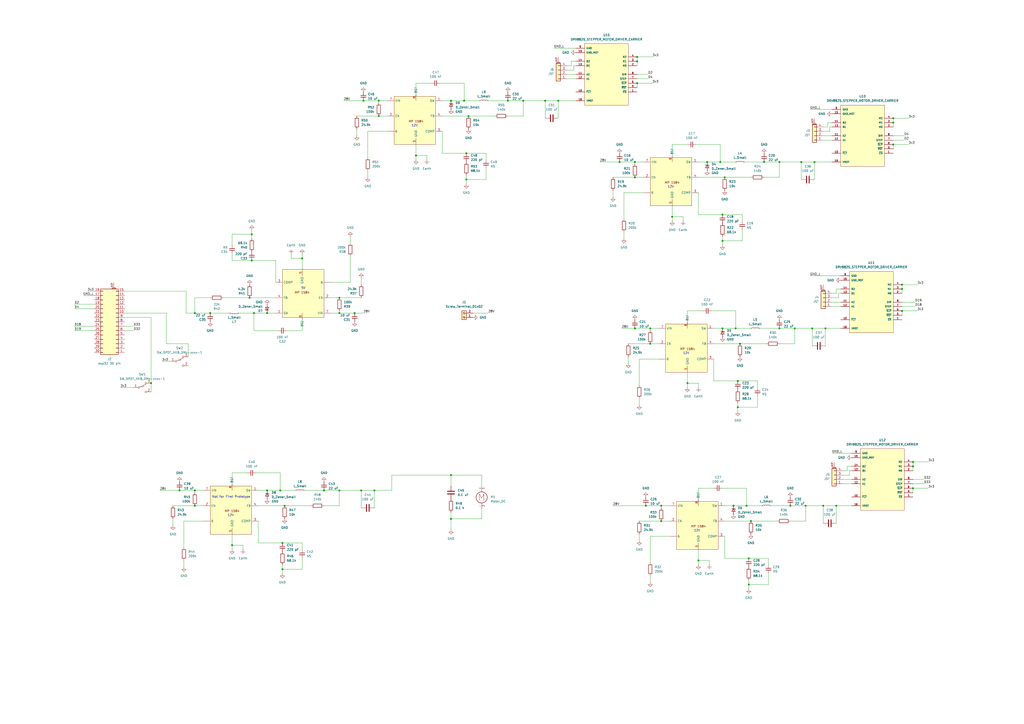
<source format=kicad_sch>
(kicad_sch (version 20250114) (generator "eeschema") (generator_version "9.0")
  (paper "A2")
  (text "12V" (at 240.538 72.898 0) (effects (font (size 1.27 1.27))))
  (text "12V" (at 398.018 204.978 0) (effects (font (size 1.27 1.27))))
  (text "12V" (at 133.858 298.958 0) (effects (font (size 1.27 1.27))))
  (text "12V" (at 389.128 108.458 0) (effects (font (size 1.27 1.27))))
  (text "5V" (at 176.022 167.132 0) (effects (font (size 1.27 1.27))))
  (text "Not for First Prototype" (at 134.112 288.29 0) (effects (font (size 1.27 1.27))))
  (text "12V" (at 404.368 307.848 0) (effects (font (size 1.27 1.27))))
  (junction (at 113.03 181.61))
  (junction (at 316.23 58.42))
  (junction (at 377.19 199.39))
  (junction (at 452.12 93.98))
  (junction (at 219.71 58.42))
  (junction (at 87.63 222.25))
  (junction (at 518.16 68.58))
  (junction (at 435.61 302.26))
  (junction (at 368.3 102.87))
  (junction (at 434.34 339.09))
  (junction (at 154.94 284.48))
  (junction (at 241.3 90.17))
  (junction (at 529.59 270.51))
  (junction (at 303.53 58.42))
  (junction (at 518.16 83.82))
  (junction (at 427.99 236.22))
  (junction (at 478.79 190.5))
  (junction (at 523.24 167.64))
  (junction (at 187.96 284.48))
  (junction (at 269.24 58.42))
  (junction (at 410.21 93.98))
  (junction (at 405.13 325.12))
  (junction (at 523.24 180.34))
  (junction (at 154.94 181.61))
  (junction (at 374.65 293.37))
  (junction (at 518.16 71.12))
  (junction (at 425.45 293.37))
  (junction (at 175.26 149.86))
  (junction (at 104.14 284.48))
  (junction (at 434.34 323.85))
  (junction (at 205.74 181.61))
  (junction (at 369.57 35.56))
  (junction (at 477.52 293.37))
  (junction (at 471.17 190.5))
  (junction (at 147.32 181.61))
  (junction (at 389.89 125.73))
  (junction (at 196.85 172.72))
  (junction (at 369.57 48.26))
  (junction (at 144.78 172.72))
  (junction (at 398.78 222.25))
  (junction (at 369.57 33.02))
  (junction (at 426.72 190.5))
  (junction (at 523.24 165.1))
  (junction (at 420.37 102.87))
  (junction (at 271.78 67.31))
  (junction (at 121.92 181.61))
  (junction (at 529.59 267.97))
  (junction (at 217.17 284.48))
  (junction (at 443.23 93.98))
  (junction (at 452.12 190.5))
  (junction (at 359.41 93.98))
  (junction (at 433.07 293.37))
  (junction (at 146.05 151.13))
  (junction (at 261.62 275.59))
  (junction (at 458.47 293.37))
  (junction (at 196.85 284.48))
  (junction (at 146.05 135.89))
  (junction (at 196.85 181.61))
  (junction (at 209.55 284.48))
  (junction (at 461.01 190.5))
  (junction (at 134.62 316.23))
  (junction (at 323.85 58.42))
  (junction (at 419.1 124.46))
  (junction (at 210.82 58.42))
  (junction (at 427.99 220.98))
  (junction (at 162.56 284.48))
  (junction (at 429.26 199.39))
  (junction (at 464.82 93.98))
  (junction (at 467.36 293.37))
  (junction (at 419.1 139.7))
  (junction (at 529.59 283.21))
  (junction (at 163.83 314.96))
  (junction (at 368.3 190.5))
  (junction (at 377.19 190.5))
  (junction (at 419.1 190.5))
  (junction (at 113.03 293.37))
  (junction (at 165.1 293.37))
  (junction (at 383.54 293.37))
  (junction (at 261.62 300.99))
  (junction (at 163.83 330.2))
  (junction (at 417.83 93.98))
  (junction (at 270.51 104.14))
  (junction (at 270.51 88.9))
  (junction (at 383.54 302.26))
  (junction (at 485.14 293.37))
  (junction (at 113.03 284.48))
  (junction (at 472.44 93.98))
  (junction (at 261.62 58.42))
  (junction (at 368.3 93.98))
  (junction (at 294.64 58.42))
  (junction (at 219.71 67.31))
  (wire (pts (xy 383.54 293.37) (xy 383.54 294.64)))
  (wire (pts (xy 256.54 88.9) (xy 270.51 88.9)))
  (wire (pts (xy 529.59 283.21) (xy 538.48 283.21)))
  (wire (pts (xy 425.45 293.37) (xy 433.07 293.37)))
  (wire (pts (xy 411.48 325.12) (xy 411.48 327.66)))
  (wire (pts (xy 359.41 93.98) (xy 368.3 93.98)))
  (wire (pts (xy 439.42 220.98) (xy 439.42 224.79)))
  (wire (pts (xy 529.59 270.51) (xy 529.59 267.97)))
  (wire (pts (xy 50.8 168.91) (xy 54.61 168.91)))
  (wire (pts (xy 374.65 293.37) (xy 383.54 293.37)))
  (wire (pts (xy 43.18 191.77) (xy 54.61 191.77)))
  (wire (pts (xy 176.53 284.48) (xy 187.96 284.48)))
  (wire (pts (xy 518.16 81.28) (xy 524.51 81.28)))
  (wire (pts (xy 486.41 172.72) (xy 486.41 170.18)))
  (wire (pts (xy 241.3 48.26) (xy 250.19 48.26)))
  (wire (pts (xy 146.05 151.13) (xy 134.62 151.13)))
  (wire (pts (xy 433.07 293.37) (xy 441.96 293.37)))
  (wire (pts (xy 482.6 172.72) (xy 486.41 172.72)))
  (wire (pts (xy 414.02 199.39) (xy 429.26 199.39)))
  (wire (pts (xy 175.26 149.86) (xy 175.26 147.32)))
  (wire (pts (xy 106.68 302.26) (xy 106.68 317.5)))
  (wire (pts (xy 355.6 293.37) (xy 374.65 293.37)))
  (wire (pts (xy 96.52 181.61) (xy 96.52 199.39)))
  (wire (pts (xy 72.39 191.77) (xy 77.47 191.77)))
  (wire (pts (xy 491.49 270.51) (xy 494.03 270.51)))
  (wire (pts (xy 261.62 58.42) (xy 269.24 58.42)))
  (wire (pts (xy 369.57 43.18) (xy 375.92 43.18)))
  (wire (pts (xy 160.02 172.72) (xy 144.78 172.72)))
  (wire (pts (xy 279.4 300.99) (xy 261.62 300.99)))
  (wire (pts (xy 452.12 190.5) (xy 461.01 190.5)))
  (wire (pts (xy 332.74 38.1) (xy 334.01 38.1)))
  (wire (pts (xy 368.3 93.98) (xy 373.38 93.98)))
  (wire (pts (xy 369.57 38.1) (xy 369.57 35.56)))
  (wire (pts (xy 370.84 231.14) (xy 370.84 234.95)))
  (wire (pts (xy 396.24 125.73) (xy 396.24 128.27)))
  (wire (pts (xy 426.72 180.34) (xy 426.72 190.5)))
  (wire (pts (xy 281.94 97.79) (xy 281.94 104.14)))
  (wire (pts (xy 477.52 303.53) (xy 477.52 293.37)))
  (wire (pts (xy 160.02 163.83) (xy 160.02 151.13)))
  (wire (pts (xy 523.24 180.34) (xy 523.24 182.88)))
  (wire (pts (xy 247.65 90.17) (xy 241.3 90.17)))
  (wire (pts (xy 160.02 151.13) (xy 146.05 151.13)))
  (wire (pts (xy 482.6 170.18) (xy 485.14 170.18)))
  (wire (pts (xy 471.17 190.5) (xy 478.79 190.5)))
  (wire (pts (xy 241.3 55.88) (xy 241.3 48.26)))
  (wire (pts (xy 347.98 93.98) (xy 359.41 93.98)))
  (wire (pts (xy 175.26 191.77) (xy 166.37 191.77)))
  (wire (pts (xy 205.74 181.61) (xy 210.82 181.61)))
  (wire (pts (xy 247.65 90.17) (xy 247.65 92.71)))
  (wire (pts (xy 433.07 283.21) (xy 433.07 293.37)))
  (wire (pts (xy 196.85 284.48) (xy 209.55 284.48)))
  (wire (pts (xy 334.01 45.72) (xy 328.93 45.72)))
  (wire (pts (xy 414.02 220.98) (xy 427.99 220.98)))
  (wire (pts (xy 370.84 302.26) (xy 383.54 302.26)))
  (wire (pts (xy 410.21 93.98) (xy 417.83 93.98)))
  (wire (pts (xy 405.13 283.21) (xy 414.02 283.21)))
  (wire (pts (xy 488.95 273.05) (xy 491.49 273.05)))
  (wire (pts (xy 256.54 67.31) (xy 271.78 67.31)))
  (wire (pts (xy 328.93 40.64) (xy 332.74 40.64)))
  (wire (pts (xy 427.99 236.22) (xy 427.99 233.68)))
  (wire (pts (xy 332.74 40.64) (xy 332.74 38.1)))
  (wire (pts (xy 431.8 93.98) (xy 443.23 93.98)))
  (wire (pts (xy 323.85 68.58) (xy 323.85 58.42)))
  (wire (pts (xy 481.33 73.66) (xy 482.6 73.66)))
  (wire (pts (xy 144.78 172.72) (xy 129.54 172.72)))
  (wire (pts (xy 191.77 163.83) (xy 203.2 163.83)))
  (wire (pts (xy 161.29 191.77) (xy 147.32 191.77)))
  (wire (pts (xy 472.44 93.98) (xy 482.6 93.98)))
  (wire (pts (xy 279.4 275.59) (xy 261.62 275.59)))
  (wire (pts (xy 426.72 190.5) (xy 435.61 190.5)))
  (wire (pts (xy 72.39 189.23) (xy 77.47 189.23)))
  (wire (pts (xy 529.59 267.97) (xy 538.48 267.97)))
  (wire (pts (xy 389.89 91.44) (xy 389.89 83.82)))
  (wire (pts (xy 430.53 133.35) (xy 430.53 139.7)))
  (wire (pts (xy 373.38 111.76) (xy 361.95 111.76)))
  (wire (pts (xy 434.34 339.09) (xy 434.34 336.55)))
  (wire (pts (xy 334.01 43.18) (xy 328.93 43.18)))
  (wire (pts (xy 420.37 323.85) (xy 434.34 323.85)))
  (wire (pts (xy 420.37 311.15) (xy 420.37 323.85)))
  (wire (pts (xy 398.78 180.34) (xy 407.67 180.34)))
  (wire (pts (xy 146.05 135.89) (xy 146.05 133.35)))
  (wire (pts (xy 377.19 199.39) (xy 382.27 199.39)))
  (wire (pts (xy 377.19 190.5) (xy 382.27 190.5)))
  (wire (pts (xy 369.57 48.26) (xy 369.57 50.8)))
  (wire (pts (xy 398.78 222.25) (xy 398.78 224.79)))
  (wire (pts (xy 405.13 111.76) (xy 405.13 124.46)))
  (wire (pts (xy 477.52 73.66) (xy 480.06 73.66)))
  (wire (pts (xy 134.62 151.13) (xy 134.62 147.32)))
  (wire (pts (xy 203.2 140.97) (xy 203.2 137.16)))
  (wire (pts (xy 377.19 334.01) (xy 377.19 337.82)))
  (wire (pts (xy 417.83 93.98) (xy 426.72 93.98)))
  (wire (pts (xy 370.84 309.88) (xy 370.84 313.69)))
  (wire (pts (xy 100.33 300.99) (xy 100.33 304.8)))
  (wire (pts (xy 134.62 135.89) (xy 146.05 135.89)))
  (wire (pts (xy 361.95 111.76) (xy 361.95 127)))
  (wire (pts (xy 452.12 93.98) (xy 452.12 102.87)))
  (wire (pts (xy 518.16 68.58) (xy 527.05 68.58)))
  (wire (pts (xy 100.33 293.37) (xy 113.03 293.37)))
  (wire (pts (xy 405.13 93.98) (xy 410.21 93.98)))
  (wire (pts (xy 435.61 302.26) (xy 450.85 302.26)))
  (wire (pts (xy 168.91 149.86) (xy 175.26 149.86)))
  (wire (pts (xy 488.95 275.59) (xy 492.76 275.59)))
  (wire (pts (xy 486.41 170.18) (xy 487.68 170.18)))
  (wire (pts (xy 492.76 273.05) (xy 494.03 273.05)))
  (wire (pts (xy 398.78 187.96) (xy 398.78 180.34)))
  (wire (pts (xy 43.18 189.23) (xy 54.61 189.23)))
  (wire (pts (xy 210.82 58.42) (xy 219.71 58.42)))
  (wire (pts (xy 255.27 48.26) (xy 269.24 48.26)))
  (wire (pts (xy 134.62 274.32) (xy 143.51 274.32)))
  (wire (pts (xy 274.32 181.61) (xy 283.21 181.61)))
  (wire (pts (xy 427.99 236.22) (xy 427.99 238.76)))
  (wire (pts (xy 518.16 73.66) (xy 518.16 71.12)))
  (wire (pts (xy 419.1 190.5) (xy 426.72 190.5)))
  (wire (pts (xy 256.54 58.42) (xy 261.62 58.42)))
  (wire (pts (xy 361.95 134.62) (xy 361.95 138.43)))
  (wire (pts (xy 355.6 110.49) (xy 355.6 114.3)))
  (wire (pts (xy 118.11 302.26) (xy 106.68 302.26)))
  (wire (pts (xy 403.86 83.82) (xy 417.83 83.82)))
  (wire (pts (xy 471.17 200.66) (xy 471.17 190.5)))
  (wire (pts (xy 419.1 283.21) (xy 433.07 283.21)))
  (wire (pts (xy 134.62 316.23) (xy 134.62 318.77)))
  (wire (pts (xy 477.52 293.37) (xy 485.14 293.37)))
  (wire (pts (xy 96.52 199.39) (xy 109.22 199.39)))
  (wire (pts (xy 154.94 284.48) (xy 162.56 284.48)))
  (wire (pts (xy 196.85 284.48) (xy 196.85 293.37)))
  (wire (pts (xy 478.79 200.66) (xy 478.79 190.5)))
  (wire (pts (xy 369.57 35.56) (xy 369.57 33.02)))
  (wire (pts (xy 207.01 67.31) (xy 219.71 67.31)))
  (wire (pts (xy 303.53 67.31) (xy 294.64 67.31)))
  (wire (pts (xy 269.24 58.42) (xy 278.13 58.42)))
  (wire (pts (xy 420.37 302.26) (xy 435.61 302.26)))
  (wire (pts (xy 113.03 172.72) (xy 121.92 172.72)))
  (wire (pts (xy 480.06 73.66) (xy 480.06 71.12)))
  (wire (pts (xy 529.59 280.67) (xy 535.94 280.67)))
  (wire (pts (xy 434.34 323.85) (xy 445.77 323.85)))
  (wire (pts (xy 487.68 177.8) (xy 482.6 177.8)))
  (wire (pts (xy 429.26 199.39) (xy 444.5 199.39)))
  (wire (pts (xy 368.3 102.87) (xy 373.38 102.87)))
  (wire (pts (xy 134.62 309.88) (xy 134.62 316.23)))
  (wire (pts (xy 405.13 222.25) (xy 405.13 224.79)))
  (wire (pts (xy 439.42 229.87) (xy 439.42 236.22)))
  (wire (pts (xy 447.04 293.37) (xy 458.47 293.37)))
  (wire (pts (xy 369.57 48.26) (xy 378.46 48.26)))
  (wire (pts (xy 469.9 63.5) (xy 482.6 63.5)))
  (wire (pts (xy 494.03 278.13) (xy 488.95 278.13)))
  (wire (pts (xy 388.62 311.15) (xy 377.19 311.15)))
  (wire (pts (xy 69.85 224.79) (xy 77.47 224.79)))
  (wire (pts (xy 360.68 190.5) (xy 368.3 190.5)))
  (wire (pts (xy 405.13 318.77) (xy 405.13 325.12)))
  (wire (pts (xy 227.33 275.59) (xy 261.62 275.59)))
  (wire (pts (xy 87.63 184.15) (xy 72.39 184.15)))
  (wire (pts (xy 113.03 181.61) (xy 107.95 181.61)))
  (wire (pts (xy 487.68 175.26) (xy 482.6 175.26)))
  (wire (pts (xy 303.53 58.42) (xy 316.23 58.42)))
  (wire (pts (xy 523.24 180.34) (xy 532.13 180.34)))
  (wire (pts (xy 328.93 38.1) (xy 331.47 38.1)))
  (wire (pts (xy 464.82 93.98) (xy 472.44 93.98)))
  (wire (pts (xy 175.26 156.21) (xy 175.26 149.86)))
  (wire (pts (xy 270.51 104.14) (xy 270.51 106.68)))
  (wire (pts (xy 92.71 284.48) (xy 104.14 284.48)))
  (wire (pts (xy 419.1 139.7) (xy 419.1 142.24)))
  (wire (pts (xy 149.86 293.37) (xy 165.1 293.37)))
  (wire (pts (xy 383.54 302.26) (xy 388.62 302.26)))
  (wire (pts (xy 175.26 330.2) (xy 163.83 330.2)))
  (wire (pts (xy 271.78 67.31) (xy 287.02 67.31)))
  (wire (pts (xy 331.47 35.56) (xy 334.01 35.56)))
  (wire (pts (xy 405.13 222.25) (xy 398.78 222.25)))
  (wire (pts (xy 368.3 93.98) (xy 368.3 95.25)))
  (wire (pts (xy 219.71 58.42) (xy 224.79 58.42)))
  (wire (pts (xy 316.23 68.58) (xy 316.23 58.42)))
  (wire (pts (xy 485.14 303.53) (xy 485.14 293.37)))
  (wire (pts (xy 523.24 167.64) (xy 523.24 165.1)))
  (wire (pts (xy 529.59 273.05) (xy 529.59 270.51)))
  (wire (pts (xy 281.94 88.9) (xy 281.94 92.71)))
  (wire (pts (xy 303.53 58.42) (xy 303.53 67.31)))
  (wire (pts (xy 419.1 139.7) (xy 419.1 137.16)))
  (wire (pts (xy 196.85 172.72) (xy 191.77 172.72)))
  (wire (pts (xy 405.13 102.87) (xy 420.37 102.87)))
  (wire (pts (xy 414.02 208.28) (xy 414.02 220.98)))
  (wire (pts (xy 107.95 168.91) (xy 72.39 168.91)))
  (wire (pts (xy 529.59 283.21) (xy 529.59 285.75)))
  (wire (pts (xy 467.36 302.26) (xy 458.47 302.26)))
  (wire (pts (xy 134.62 142.24) (xy 134.62 135.89)))
  (wire (pts (xy 398.78 215.9) (xy 398.78 222.25)))
  (wire (pts (xy 205.74 181.61) (xy 196.85 181.61)))
  (wire (pts (xy 420.37 293.37) (xy 425.45 293.37)))
  (wire (pts (xy 175.26 323.85) (xy 175.26 330.2)))
  (wire (pts (xy 485.14 170.18) (xy 485.14 167.64)))
  (wire (pts (xy 389.89 119.38) (xy 389.89 125.73)))
  (wire (pts (xy 482.6 262.89) (xy 494.03 262.89)))
  (wire (pts (xy 355.6 102.87) (xy 368.3 102.87)))
  (wire (pts (xy 163.83 330.2) (xy 163.83 327.66)))
  (wire (pts (xy 187.96 284.48) (xy 196.85 284.48)))
  (wire (pts (xy 464.82 104.14) (xy 464.82 93.98)))
  (wire (pts (xy 461.01 190.5) (xy 471.17 190.5)))
  (wire (pts (xy 439.42 236.22) (xy 427.99 236.22)))
  (wire (pts (xy 523.24 175.26) (xy 530.86 175.26)))
  (wire (pts (xy 72.39 181.61) (xy 96.52 181.61)))
  (wire (pts (xy 518.16 83.82) (xy 518.16 86.36)))
  (wire (pts (xy 261.62 297.18) (xy 261.62 300.99)))
  (wire (pts (xy 482.6 78.74) (xy 477.52 78.74)))
  (wire (pts (xy 281.94 104.14) (xy 270.51 104.14)))
  (wire (pts (xy 261.62 300.99) (xy 261.62 307.34)))
  (wire (pts (xy 368.3 190.5) (xy 377.19 190.5)))
  (wire (pts (xy 149.86 284.48) (xy 154.94 284.48)))
  (wire (pts (xy 199.39 58.42) (xy 210.82 58.42)))
  (wire (pts (xy 147.32 191.77) (xy 147.32 181.61)))
  (wire (pts (xy 467.36 293.37) (xy 467.36 302.26)))
  (wire (pts (xy 140.97 316.23) (xy 134.62 316.23)))
  (wire (pts (xy 529.59 278.13) (xy 535.94 278.13)))
  (wire (pts (xy 389.89 83.82) (xy 398.78 83.82)))
  (wire (pts (xy 163.83 314.96) (xy 175.26 314.96)))
  (wire (pts (xy 316.23 58.42) (xy 323.85 58.42)))
  (wire (pts (xy 420.37 102.87) (xy 435.61 102.87)))
  (wire (pts (xy 107.95 181.61) (xy 107.95 168.91)))
  (wire (pts (xy 445.77 323.85) (xy 445.77 327.66)))
  (wire (pts (xy 43.18 179.07) (xy 54.61 179.07)))
  (wire (pts (xy 227.33 284.48) (xy 227.33 275.59)))
  (wire (pts (xy 461.01 199.39) (xy 452.12 199.39)))
  (wire (pts (xy 518.16 71.12) (xy 518.16 68.58)))
  (wire (pts (xy 154.94 181.61) (xy 147.32 181.61)))
  (wire (pts (xy 165.1 293.37) (xy 180.34 293.37)))
  (wire (pts (xy 87.63 222.25) (xy 87.63 184.15)))
  (wire (pts (xy 364.49 199.39) (xy 377.19 199.39)))
  (wire (pts (xy 148.59 274.32) (xy 162.56 274.32)))
  (wire (pts (xy 43.18 176.53) (xy 54.61 176.53)))
  (wire (pts (xy 452.12 102.87) (xy 443.23 102.87)))
  (wire (pts (xy 207.01 74.93) (xy 207.01 78.74)))
  (wire (pts (xy 224.79 76.2) (xy 213.36 76.2)))
  (wire (pts (xy 443.23 93.98) (xy 452.12 93.98)))
  (wire (pts (xy 160.02 181.61) (xy 154.94 181.61)))
  (wire (pts (xy 369.57 33.02) (xy 378.46 33.02)))
  (wire (pts (xy 472.44 104.14) (xy 472.44 93.98)))
  (wire (pts (xy 430.53 139.7) (xy 419.1 139.7)))
  (wire (pts (xy 405.13 290.83) (xy 405.13 283.21)))
  (wire (pts (xy 175.26 314.96) (xy 175.26 318.77)))
  (wire (pts (xy 494.03 280.67) (xy 488.95 280.67)))
  (wire (pts (xy 113.03 293.37) (xy 118.11 293.37)))
  (wire (pts (xy 430.53 124.46) (xy 430.53 128.27)))
  (wire (pts (xy 321.31 27.94) (xy 334.01 27.94)))
  (wire (pts (xy 523.24 170.18) (xy 523.24 167.64)))
  (wire (pts (xy 405.13 325.12) (xy 405.13 327.66)))
  (wire (pts (xy 219.71 58.42) (xy 219.71 59.69)))
  (wire (pts (xy 383.54 293.37) (xy 388.62 293.37)))
  (wire (pts (xy 133.35 181.61) (xy 121.92 181.61)))
  (wire (pts (xy 241.3 83.82) (xy 241.3 90.17)))
  (wire (pts (xy 261.62 275.59) (xy 261.62 281.94)))
  (wire (pts (xy 396.24 125.73) (xy 389.89 125.73)))
  (wire (pts (xy 168.91 149.86) (xy 168.91 147.32)))
  (wire (pts (xy 163.83 330.2) (xy 163.83 332.74)))
  (wire (pts (xy 213.36 99.06) (xy 213.36 102.87)))
  (wire (pts (xy 482.6 81.28) (xy 477.52 81.28)))
  (wire (pts (xy 382.27 208.28) (xy 370.84 208.28)))
  (wire (pts (xy 414.02 190.5) (xy 419.1 190.5)))
  (wire (pts (xy 134.62 281.94) (xy 134.62 274.32)))
  (wire (pts (xy 445.77 339.09) (xy 434.34 339.09)))
  (wire (pts (xy 477.52 76.2) (xy 481.33 76.2)))
  (wire (pts (xy 434.34 339.09) (xy 434.34 341.63)))
  (wire (pts (xy 452.12 93.98) (xy 464.82 93.98)))
  (wire (pts (xy 417.83 83.82) (xy 417.83 93.98)))
  (wire (pts (xy 209.55 284.48) (xy 209.55 294.64)))
  (wire (pts (xy 469.9 160.02) (xy 487.68 160.02)))
  (wire (pts (xy 440.69 190.5) (xy 452.12 190.5)))
  (wire (pts (xy 175.26 184.15) (xy 175.26 191.77)))
  (wire (pts (xy 445.77 332.74) (xy 445.77 339.09)))
  (wire (pts (xy 147.32 181.61) (xy 138.43 181.61)))
  (wire (pts (xy 217.17 284.48) (xy 217.17 294.64)))
  (wire (pts (xy 149.86 314.96) (xy 163.83 314.96)))
  (wire (pts (xy 461.01 190.5) (xy 461.01 199.39)))
  (wire (pts (xy 87.63 227.33) (xy 87.63 222.25)))
  (wire (pts (xy 467.36 293.37) (xy 477.52 293.37)))
  (wire (pts (xy 121.92 181.61) (xy 113.03 181.61)))
  (wire (pts (xy 146.05 135.89) (xy 146.05 138.43)))
  (wire (pts (xy 196.85 181.61) (xy 196.85 180.34)))
  (wire (pts (xy 364.49 207.01) (xy 364.49 210.82)))
  (wire (pts (xy 331.47 38.1) (xy 331.47 35.56)))
  (wire (pts (xy 54.61 171.45) (xy 48.26 171.45)))
  (wire (pts (xy 294.64 58.42) (xy 303.53 58.42)))
  (wire (pts (xy 209.55 284.48) (xy 217.17 284.48)))
  (wire (pts (xy 140.97 316.23) (xy 140.97 318.77)))
  (wire (pts (xy 518.16 83.82) (xy 527.05 83.82)))
  (wire (pts (xy 279.4 294.64) (xy 279.4 300.99)))
  (wire (pts (xy 270.51 88.9) (xy 281.94 88.9)))
  (wire (pts (xy 196.85 181.61) (xy 191.77 181.61)))
  (wire (pts (xy 412.75 180.34) (xy 426.72 180.34)))
  (wire (pts (xy 492.76 275.59) (xy 492.76 273.05)))
  (wire (pts (xy 106.68 325.12) (xy 106.68 328.93)))
  (wire (pts (xy 209.55 172.72) (xy 196.85 172.72)))
  (wire (pts (xy 269.24 48.26) (xy 269.24 58.42)))
  (wire (pts (xy 241.3 90.17) (xy 241.3 92.71)))
  (wire (pts (xy 370.84 208.28) (xy 370.84 223.52)))
  (wire (pts (xy 162.56 274.32) (xy 162.56 284.48)))
  (wire (pts (xy 283.21 58.42) (xy 294.64 58.42)))
  (wire (pts (xy 427.99 220.98) (xy 439.42 220.98)))
  (wire (pts (xy 209.55 165.1) (xy 209.55 161.29)))
  (wire (pts (xy 523.24 165.1) (xy 532.13 165.1)))
  (wire (pts (xy 481.33 76.2) (xy 481.33 73.66)))
  (wire (pts (xy 162.56 284.48) (xy 171.45 284.48)))
  (wire (pts (xy 109.22 199.39) (xy 109.22 207.01)))
  (wire (pts (xy 377.19 190.5) (xy 377.19 191.77)))
  (wire (pts (xy 389.89 125.73) (xy 389.89 128.27)))
  (wire (pts (xy 458.47 293.37) (xy 467.36 293.37)))
  (wire (pts (xy 213.36 76.2) (xy 213.36 91.44)))
  (wire (pts (xy 491.49 273.05) (xy 491.49 270.51)))
  (wire (pts (xy 518.16 78.74) (xy 524.51 78.74)))
  (wire (pts (xy 419.1 124.46) (xy 430.53 124.46)))
  (wire (pts (xy 113.03 284.48) (xy 118.11 284.48)))
  (wire (pts (xy 485.14 167.64) (xy 487.68 167.64)))
  (wire (pts (xy 523.24 177.8) (xy 530.86 177.8)))
  (wire (pts (xy 93.98 209.55) (xy 99.06 209.55)))
  (wire (pts (xy 478.79 190.5) (xy 487.68 190.5)))
  (wire (pts (xy 480.06 71.12) (xy 482.6 71.12)))
  (wire (pts (xy 113.03 284.48) (xy 113.03 285.75)))
  (wire (pts (xy 485.14 293.37) (xy 494.03 293.37)))
  (wire (pts (xy 196.85 293.37) (xy 187.96 293.37)))
  (wire (pts (xy 203.2 163.83) (xy 203.2 148.59)))
  (wire (pts (xy 279.4 275.59) (xy 279.4 281.94)))
  (wire (pts (xy 411.48 325.12) (xy 405.13 325.12)))
  (wire (pts (xy 270.51 104.14) (xy 270.51 101.6)))
  (wire (pts (xy 377.19 311.15) (xy 377.19 326.39)))
  (wire (pts (xy 405.13 124.46) (xy 419.1 124.46)))
  (wire (pts (xy 149.86 302.26) (xy 149.86 314.96)))
  (wire (pts (xy 217.17 284.48) (xy 227.33 284.48)))
  (wire (pts (xy 369.57 45.72) (xy 375.92 45.72)))
  (wire (pts (xy 323.85 58.42) (xy 334.01 58.42)))
  (wire (pts (xy 104.14 284.48) (xy 113.03 284.48)))
  (wire (pts (xy 113.03 181.61) (xy 113.03 172.72)))
  (wire (pts (xy 219.71 67.31) (xy 224.79 67.31)))
  (wire (pts (xy 256.54 76.2) (xy 256.54 88.9)))
  (label "D2" (at 375.92 43.18 0))
  (label "GND_L" (at 482.6 262.89 0))
  (label "28V" (at 355.6 293.37 0))
  (label "3v3" (at 527.05 83.82 0))
  (label "D18" (at 43.18 189.23 0))
  (label "D4" (at 375.92 45.72 0))
  (label "D4" (at 524.51 78.74 0))
  (label "3v3" (at 93.98 209.55 0))
  (label "3v3" (at 527.05 68.58 0))
  (label "D19" (at 43.18 191.77 0))
  (label "GND_L" (at 48.26 171.45 0))
  (label "28V" (at 92.71 284.48 0))
  (label "D32" (at 535.94 278.13 0))
  (label "3v3" (at 532.13 165.1 0))
  (label "GND_L" (at 321.31 27.94 0))
  (label "3v3" (at 538.48 267.97 0))
  (label "28V" (at 210.82 181.61 0))
  (label "D2" (at 43.18 176.53 0))
  (label "3v3" (at 378.46 48.26 0))
  (label "28V" (at 360.68 190.5 0))
  (label "D18" (at 530.86 177.8 0))
  (label "28V" (at 199.39 58.42 0))
  (label "GND_L" (at 469.9 160.02 0))
  (label "D19" (at 530.86 175.26 0))
  (label "3v3" (at 69.85 224.79 0))
  (label "28V" (at 347.98 93.98 0))
  (label "28V" (at 283.21 181.61 0))
  (label "3v3" (at 378.46 33.02 0))
  (label "3v3" (at 50.8 168.91 0))
  (label "D33" (at 535.94 280.67 0))
  (label "D32" (at 77.47 191.77 0))
  (label "D2" (at 524.51 81.28 0))
  (label "3v3" (at 532.13 180.34 0))
  (label "D4" (at 43.18 179.07 0))
  (label "GND_L" (at 469.9 63.5 0))
  (label "3v3" (at 538.48 283.21 0))
  (label "D33" (at 77.47 189.23 0))
  (symbol (lib_id "Device:L_Small") (at 135.89 181.61 270) (unit 1)
    (property "Reference" "L7" (at 135.89 186.69 90))
    (property "Value" "L_Small" (at 135.89 184.15 90))
    (property "Footprint" "Inductor_SMD:L_0805_2012Metric" (effects (hide yes)))
    (property "Description" "Inductor, small symbol" (effects (hide yes)))
  )
  (symbol (lib_id "Motor:Motor_DC") (at 279.4 287.02 0) (unit 1)
    (property "Reference" "M1" (at 284.48 288.2899 0) (effects (justify left)))
    (property "Value" "Motor_DC" (at 284.48 290.8299 0) (effects (justify left)))
    (property "Footprint" "Connector_PinHeader_1.00mm:PinHeader_1x02_P1.00mm_Vertical" (effects (hide yes)))
    (property "Description" "DC Motor" (effects (hide yes)))
  )
  (symbol (lib_id "power:Earth") (at 396.24 128.27 0) (unit 1)
    (property "Reference" "#PWR032" (effects (hide yes)))
    (property "Value" "Earth" (at 396.24 133.35 0))
    (property "Description" "Power symbol creates a global label with name \"Earth\"" (effects (hide yes)))
  )
  (symbol (lib_id "Device:D_Zener_Small") (at 425.45 295.91 270) (unit 1)
    (property "Reference" "D6" (at 427.99 294.6399 90) (effects (justify left)))
    (property "Value" "D_Zener_Small" (at 427.99 297.1799 90) (effects (justify left)))
    (property "Footprint" "Diode_SMD:D_SOD-323F" (effects (hide yes)))
    (property "Description" "Zener diode, small symbol" (effects (hide yes)))
  )
  (symbol (lib_id "power:GND") (at 361.95 138.43 0) (unit 1)
    (property "Reference" "#PWR030" (effects (hide yes)))
    (property "Value" "GND" (at 361.95 143.51 0))
    (property "Description" "Power symbol creates a global label with name \"GND\" , ground" (effects (hide yes)))
  )
  (symbol (lib_id "Device:C_Small") (at 210.82 55.88 0) (unit 1)
    (property "Reference" "C46" (at 213.36 54.6162 0) (effects (justify left)))
    (property "Value" "10 uF" (at 213.36 57.1562 0) (effects (justify left)))
    (property "Footprint" "Capacitor_SMD:C_0805_2012Metric" (effects (hide yes)))
    (property "Description" "Unpolarized capacitor, small symbol" (effects (hide yes)))
  )
  (symbol (lib_id "Connector_Generic_MountingPin:Conn_01x04_MountingPin") (at 472.44 78.74 180) (unit 1)
    (property "Reference" "J3" (at 469.9 75.8443 0) (effects (justify left)))
    (property "Value" "JST" (at 469.9 78.3843 0) (effects (justify left)))
    (property "Footprint" "Connector_PinHeader_1.00mm:PinHeader_1x04_P1.00mm_Vertical" (effects (hide yes)))
    (property "Description" "Generic connectable mounting pin connector, single row, 01x04, script generated (kicad-library-utils/schlib/autogen/connector/)" (effects (hide yes)))
  )
  (symbol (lib_id "power:GND") (at 427.99 238.76 0) (unit 1)
    (property "Reference" "#PWR043" (effects (hide yes)))
    (property "Value" "GND" (at 427.99 243.84 0))
    (property "Description" "Power symbol creates a global label with name \"GND\" , ground" (effects (hide yes)))
  )
  (symbol (lib_name "MP1584_5") (lib_id "Components:MP1584") (at 224.79 58.42 0) (unit 1)
    (property "Reference" "U14" (effects (hide yes)))
    (property "Value" "~" (at 240.665 53.34 0))
    (property "Footprint" "Package_SO:SOIC-8-1EP_3.9x4.9mm_P1.27mm_EP2.29x3mm" (effects (hide yes)))
  )
  (symbol (lib_id "Device:R") (at 213.36 95.25 0) (unit 1)
    (property "Reference" "R51" (at 215.9 93.9799 0) (effects (justify left)))
    (property "Value" "200k" (at 215.9 96.5199 0) (effects (justify left)))
    (property "Footprint" "Resistor_SMD:R_0805_2012Metric" (effects (hide yes)))
    (property "Description" "Resistor" (effects (hide yes)))
  )
  (symbol (lib_id "power:GND") (at 364.49 210.82 0) (unit 1)
    (property "Reference" "#PWR037" (effects (hide yes)))
    (property "Value" "GND" (at 364.49 215.9 0))
    (property "Description" "Power symbol creates a global label with name \"GND\" , ground" (effects (hide yes)))
  )
  (symbol (lib_id "Device:D_Zener_Small") (at 154.94 179.07 90) (unit 1)
    (property "Reference" "D7" (at 152.4 180.3401 90) (effects (justify left)))
    (property "Value" "D_Zener_Small" (at 152.4 177.8001 90) (effects (justify left)))
    (property "Footprint" "Diode_SMD:D_SOD-323F" (effects (hide yes)))
    (property "Description" "Zener diode, small symbol" (effects (hide yes)))
  )
  (symbol (lib_id "Connector:Screw_Terminal_01x02") (at 269.24 184.15 180) (unit 1)
    (property "Reference" "J1" (at 269.24 175.26 0))
    (property "Value" "Screw_Terminal_01x02" (at 269.24 177.8 0))
    (property "Footprint" "TerminalBlock_Phoenix:TerminalBlock_Phoenix_MKDS-1,5-2-5.08_1x02_P5.08mm_Horizontal" (effects (hide yes)))
    (property "Description" "Generic screw terminal, single row, 01x02, script generated (kicad-library-utils/schlib/autogen/connector/)" (effects (hide yes)))
  )
  (symbol (lib_id "power:GND") (at 203.2 137.16 180) (unit 1)
    (property "Reference" "#PWR057" (effects (hide yes)))
    (property "Value" "GND" (at 203.2 132.08 0))
    (property "Description" "Power symbol creates a global label with name \"GND\" , ground" (effects (hide yes)))
  )
  (symbol (lib_id "power:Earth") (at 411.48 327.66 0) (unit 1)
    (property "Reference" "#PWR050" (effects (hide yes)))
    (property "Value" "Earth" (at 411.48 332.74 0))
    (property "Description" "Power symbol creates a global label with name \"Earth\"" (effects (hide yes)))
  )
  (symbol (lib_id "Device:C_Small") (at 270.51 91.44 0) (unit 1)
    (property "Reference" "C48" (at 273.05 90.1762 0) (effects (justify left)))
    (property "Value" "220 pF" (at 273.05 92.7162 0) (effects (justify left)))
    (property "Footprint" "Capacitor_SMD:C_0805_2012Metric" (effects (hide yes)))
    (property "Description" "Unpolarized capacitor, small symbol" (effects (hide yes)))
  )
  (symbol (lib_id "power:GND") (at 144.78 165.1 180) (unit 1)
    (property "Reference" "#PWR062" (effects (hide yes)))
    (property "Value" "GND" (at 144.78 160.02 0))
    (property "Description" "Power symbol creates a global label with name \"GND\" , ground" (effects (hide yes)))
  )
  (symbol (lib_id "power:GND") (at 134.62 318.77 0) (unit 1)
    (property "Reference" "#PWR071" (effects (hide yes)))
    (property "Value" "GND" (at 134.62 323.85 0))
    (property "Description" "Power symbol creates a global label with name \"GND\" , ground" (effects (hide yes)))
  )
  (symbol (lib_id "Device:C_Small") (at 163.83 191.77 270) (unit 1)
    (property "Reference" "C32" (at 163.8237 198.12 90))
    (property "Value" "100 nF" (at 163.8237 195.58 90))
    (property "Footprint" "Capacitor_SMD:C_0805_2012Metric" (effects (hide yes)))
    (property "Description" "Unpolarized capacitor, small symbol" (effects (hide yes)))
  )
  (symbol (lib_id "power:GND") (at 213.36 102.87 0) (unit 1)
    (property "Reference" "#PWR080" (effects (hide yes)))
    (property "Value" "GND" (at 213.36 107.95 0))
    (property "Description" "Power symbol creates a global label with name \"GND\" , ground" (effects (hide yes)))
  )
  (symbol (lib_id "power:GND") (at 154.94 289.56 0) (unit 1)
    (property "Reference" "#PWR073" (effects (hide yes)))
    (property "Value" "GND" (at 157.48 290.8299 0) (effects (justify left)))
    (property "Description" "Power symbol creates a global label with name \"GND\" , ground" (effects (hide yes)))
  )
  (symbol (lib_id "Device:C_Small") (at 434.34 326.39 0) (unit 1)
    (property "Reference" "C28" (at 436.88 325.1262 0) (effects (justify left)))
    (property "Value" "220 pF" (at 436.88 327.6662 0) (effects (justify left)))
    (property "Footprint" "Capacitor_SMD:C_0805_2012Metric" (effects (hide yes)))
    (property "Description" "Unpolarized capacitor, small symbol" (effects (hide yes)))
  )
  (symbol (lib_id "Device:R") (at 454.66 302.26 90) (unit 1)
    (property "Reference" "R36" (at 454.66 295.91 90))
    (property "Value" "140k" (at 454.66 298.45 90))
    (property "Footprint" "Resistor_SMD:R_0805_2012Metric" (effects (hide yes)))
    (property "Description" "Resistor" (effects (hide yes)))
  )
  (symbol (lib_id "power:GND") (at 398.78 224.79 0) (unit 1)
    (property "Reference" "#PWR040" (effects (hide yes)))
    (property "Value" "GND" (at 398.78 229.87 0))
    (property "Description" "Power symbol creates a global label with name \"GND\" , ground" (effects (hide yes)))
  )
  (symbol (lib_id "Device:D_Zener_Small") (at 419.1 193.04 270) (unit 1)
    (property "Reference" "D5" (at 421.64 191.7699 90) (effects (justify left)))
    (property "Value" "D_Zener_Small" (at 421.64 194.3099 90) (effects (justify left)))
    (property "Footprint" "Diode_SMD:D_SOD-323F" (effects (hide yes)))
    (property "Description" "Zener diode, small symbol" (effects (hide yes)))
  )
  (symbol (lib_id "Device:L_Small") (at 280.67 58.42 90) (unit 1)
    (property "Reference" "L9" (at 280.67 53.34 90))
    (property "Value" "L_Small" (at 280.67 55.88 90))
    (property "Footprint" "Inductor_SMD:L_0805_2012Metric" (effects (hide yes)))
    (property "Description" "Inductor, small symbol" (effects (hide yes)))
  )
  (symbol (lib_id "Device:R") (at 209.55 168.91 180) (unit 1)
    (property "Reference" "R37" (at 207.01 170.1801 0) (effects (justify left)))
    (property "Value" "24.9k" (at 207.01 167.6401 0) (effects (justify left)))
    (property "Footprint" "Resistor_SMD:R_0805_2012Metric" (effects (hide yes)))
    (property "Description" "Resistor" (effects (hide yes)))
  )
  (symbol (lib_id "Device:C") (at 320.04 68.58 90) (unit 1)
    (property "Reference" "C51" (at 320.04 60.96 90))
    (property "Value" "100 uF" (at 320.04 63.5 90))
    (property "Footprint" "Capacitor_SMD:C_0805_2012Metric" (effects (hide yes)))
    (property "Description" "Unpolarized capacitor" (effects (hide yes)))
  )
  (symbol (lib_id "Device:C_Small") (at 401.32 83.82 90) (unit 1)
    (property "Reference" "C17" (at 401.3263 77.47 90))
    (property "Value" "100 nF" (at 401.3263 80.01 90))
    (property "Footprint" "Capacitor_SMD:C_0805_2012Metric" (effects (hide yes)))
    (property "Description" "Unpolarized capacitor, small symbol" (effects (hide yes)))
  )
  (symbol (lib_id "power:GND") (at 368.3 185.42 180) (unit 1)
    (property "Reference" "#PWR038" (effects (hide yes)))
    (property "Value" "GND" (at 368.3 180.34 0))
    (property "Description" "Power symbol creates a global label with name \"GND\" , ground" (effects (hide yes)))
  )
  (symbol (lib_id "Device:R") (at 144.78 168.91 180) (unit 1)
    (property "Reference" "R41" (at 142.24 170.1801 0) (effects (justify left)))
    (property "Value" "4.3k" (at 142.24 167.6401 0) (effects (justify left)))
    (property "Footprint" "Resistor_SMD:R_0805_2012Metric" (effects (hide yes)))
    (property "Description" "Resistor" (effects (hide yes)))
  )
  (symbol (lib_id "Device:R") (at 163.83 323.85 0) (unit 1)
    (property "Reference" "R46" (at 166.37 322.5799 0) (effects (justify left)))
    (property "Value" "68.1k" (at 166.37 325.1199 0) (effects (justify left)))
    (property "Footprint" "Resistor_SMD:R_0805_2012Metric" (effects (hide yes)))
    (property "Description" "Resistor" (effects (hide yes)))
  )
  (symbol (lib_id "Device:R") (at 146.05 142.24 180) (unit 1)
    (property "Reference" "R40" (at 143.51 143.5101 0) (effects (justify left)))
    (property "Value" "68.1k" (at 143.51 140.9701 0) (effects (justify left)))
    (property "Footprint" "Resistor_SMD:R_0805_2012Metric" (effects (hide yes)))
    (property "Description" "Resistor" (effects (hide yes)))
  )
  (symbol (lib_id "Device:L_Small") (at 438.15 190.5 90) (unit 1)
    (property "Reference" "L5" (at 438.15 185.42 90))
    (property "Value" "L_Small" (at 438.15 187.96 90))
    (property "Footprint" "Inductor_SMD:L_0805_2012Metric" (effects (hide yes)))
    (property "Description" "Inductor, small symbol" (effects (hide yes)))
  )
  (symbol (lib_id "power:GND") (at 274.32 184.15 90) (unit 1)
    (property "Reference" "#PWR064" (effects (hide yes)))
    (property "Value" "GND" (at 278.13 184.1499 90) (effects (justify right)))
    (property "Description" "Power symbol creates a global label with name \"GND\" , ground" (effects (hide yes)))
  )
  (symbol (lib_id "Device:C_Small") (at 146.05 274.32 90) (unit 1)
    (property "Reference" "C40" (at 146.0563 267.97 90))
    (property "Value" "100 nF" (at 146.0563 270.51 90))
    (property "Footprint" "Capacitor_SMD:C_0805_2012Metric" (effects (hide yes)))
    (property "Description" "Unpolarized capacitor, small symbol" (effects (hide yes)))
  )
  (symbol (lib_id "DRV8825_STEPPER_MOTOR_DRIVER_CARRIER:DRV8825_STEPPER_MOTOR_DRIVER_CARRIER") (at 351.79 43.18 180) (unit 1)
    (property "Reference" "U15" (at 351.79 20.32 0))
    (property "Value" "DRV8825_STEPPER_MOTOR_DRIVER_CARRIER" (at 351.79 22.86 0))
    (property "Footprint" "Modules:DRV8825Module" (effects (hide yes)))
    (property "MF" "Pololu" (effects (hide yes)))
    (property "DESCRIPTION" "Stepper motor controler; IC: DRV8825; 1.5A; Uin mot: 8.2÷45V" (effects (hide yes)))
    (property "PACKAGE" "None" (effects (hide yes)))
    (property "PRICE" "None" (effects (hide yes)))
    (property "Package" "None" (effects (hide yes)))
    (property "Check_prices" "https://www.snapeda.com/parts/DRV8825%20STEPPER%20MOTOR%20DRIVER%20CARRIER/Pololu/view-part/?ref=eda" (effects (hide yes)))
    (property "Price" "None" (effects (hide yes)))
    (property "SnapEDA_Link" "https://www.snapeda.com/parts/DRV8825%20STEPPER%20MOTOR%20DRIVER%20CARRIER/Pololu/view-part/?ref=snap" (effects (hide yes)))
    (property "MP" "DRV8825 STEPPER MOTOR DRIVER CARRIER" (effects (hide yes)))
    (property "Availability" "Not in stock" (effects (hide yes)))
    (property "AVAILABILITY" "Unavailable" (effects (hide yes)))
    (property "Description_1" "Stepper, Bipolar 8.2 ~ 45VDC Supply 1.5A 8.2 ~ 45V Load" (effects (hide yes)))
  )
  (symbol (lib_id "Device:C_Small") (at 445.77 330.2 0) (unit 1)
    (property "Reference" "C29" (at 448.31 328.9362 0) (effects (justify left)))
    (property "Value" "NS" (at 448.31 331.4762 0) (effects (justify left)))
    (property "Footprint" "Capacitor_SMD:C_0805_2012Metric" (effects (hide yes)))
    (property "Description" "Unpolarized capacitor, small symbol" (effects (hide yes)))
  )
  (symbol (lib_id "Device:R") (at 100.33 297.18 0) (unit 1)
    (property "Reference" "R43" (at 102.87 295.9099 0) (effects (justify left)))
    (property "Value" "24.9k" (at 102.87 298.4499 0) (effects (justify left)))
    (property "Footprint" "Resistor_SMD:R_0805_2012Metric" (effects (hide yes)))
    (property "Description" "Resistor" (effects (hide yes)))
  )
  (symbol (lib_id "Connector_Generic_MountingPin:Conn_01x04_MountingPin") (at 483.87 278.13 180) (unit 1)
    (property "Reference" "J5" (at 481.33 275.2343 0) (effects (justify left)))
    (property "Value" "JST" (at 481.33 277.7743 0) (effects (justify left)))
    (property "Footprint" "Connector_PinHeader_1.00mm:PinHeader_1x04_P1.00mm_Vertical" (effects (hide yes)))
    (property "Description" "Generic connectable mounting pin connector, single row, 01x04, script generated (kicad-library-utils/schlib/autogen/connector/)" (effects (hide yes)))
  )
  (symbol (lib_id "Device:L_Small") (at 429.26 93.98 90) (unit 1)
    (property "Reference" "L4" (at 429.26 88.9 90))
    (property "Value" "L_Small" (at 429.26 91.44 90))
    (property "Footprint" "Inductor_SMD:L_0805_2012Metric" (effects (hide yes)))
    (property "Description" "Inductor, small symbol" (effects (hide yes)))
  )
  (symbol (lib_id "Device:R") (at 270.51 97.79 0) (unit 1)
    (property "Reference" "R53" (at 273.05 96.5199 0) (effects (justify left)))
    (property "Value" "68.1k" (at 273.05 99.0599 0) (effects (justify left)))
    (property "Footprint" "Resistor_SMD:R_0805_2012Metric" (effects (hide yes)))
    (property "Description" "Resistor" (effects (hide yes)))
  )
  (symbol (lib_id "power:Earth") (at 247.65 92.71 0) (unit 1)
    (property "Reference" "#PWR082" (effects (hide yes)))
    (property "Value" "Earth" (at 247.65 97.79 0))
    (property "Description" "Power symbol creates a global label with name \"Earth\"" (effects (hide yes)))
  )
  (symbol (lib_id "power:GND") (at 425.45 298.45 0) (unit 1)
    (property "Reference" "#PWR051" (effects (hide yes)))
    (property "Value" "GND" (at 427.99 299.7199 0) (effects (justify left)))
    (property "Description" "Power symbol creates a global label with name \"GND\" , ground" (effects (hide yes)))
  )
  (symbol (lib_id "DRV8825_STEPPER_MOTOR_DRIVER_CARRIER:DRV8825_STEPPER_MOTOR_DRIVER_CARRIER") (at 505.46 175.26 180) (unit 1)
    (property "Reference" "U11" (at 505.46 152.4 0))
    (property "Value" "DRV8825_STEPPER_MOTOR_DRIVER_CARRIER" (at 505.46 154.94 0))
    (property "Footprint" "Modules:DRV8825Module" (effects (hide yes)))
    (property "MF" "Pololu" (effects (hide yes)))
    (property "DESCRIPTION" "Stepper motor controler; IC: DRV8825; 1.5A; Uin mot: 8.2÷45V" (effects (hide yes)))
    (property "PACKAGE" "None" (effects (hide yes)))
    (property "PRICE" "None" (effects (hide yes)))
    (property "Package" "None" (effects (hide yes)))
    (property "Check_prices" "https://www.snapeda.com/parts/DRV8825%20STEPPER%20MOTOR%20DRIVER%20CARRIER/Pololu/view-part/?ref=eda" (effects (hide yes)))
    (property "Price" "None" (effects (hide yes)))
    (property "SnapEDA_Link" "https://www.snapeda.com/parts/DRV8825%20STEPPER%20MOTOR%20DRIVER%20CARRIER/Pololu/view-part/?ref=snap" (effects (hide yes)))
    (property "MP" "DRV8825 STEPPER MOTOR DRIVER CARRIER" (effects (hide yes)))
    (property "Availability" "Not in stock" (effects (hide yes)))
    (property "AVAILABILITY" "Unavailable" (effects (hide yes)))
    (property "Description_1" "Stepper, Bipolar 8.2 ~ 45VDC Supply 1.5A 8.2 ~ 45V Load" (effects (hide yes)))
  )
  (symbol (lib_id "power:GND") (at 207.01 78.74 0) (unit 1)
    (property "Reference" "#PWR078" (effects (hide yes)))
    (property "Value" "GND" (at 207.01 83.82 0))
    (property "Description" "Power symbol creates a global label with name \"GND\" , ground" (effects (hide yes)))
  )
  (symbol (lib_id "Device:C_Small") (at 205.74 184.15 180) (unit 1)
    (property "Reference" "C31" (at 203.2 185.4138 0) (effects (justify left)))
    (property "Value" "10 uF" (at 203.2 182.8738 0) (effects (justify left)))
    (property "Footprint" "Capacitor_SMD:C_0805_2012Metric" (effects (hide yes)))
    (property "Description" "Unpolarized capacitor, small symbol" (effects (hide yes)))
  )
  (symbol (lib_id "power:GND") (at 163.83 332.74 0) (unit 1)
    (property "Reference" "#PWR074" (effects (hide yes)))
    (property "Value" "GND" (at 163.83 337.82 0))
    (property "Description" "Power symbol creates a global label with name \"GND\" , ground" (effects (hide yes)))
  )
  (symbol (lib_id "Device:R") (at 429.26 203.2 0) (unit 1)
    (property "Reference" "R29" (at 431.8 201.9299 0) (effects (justify left)))
    (property "Value" "10k" (at 431.8 204.4699 0) (effects (justify left)))
    (property "Footprint" "Resistor_SMD:R_0805_2012Metric" (effects (hide yes)))
    (property "Description" "Resistor" (effects (hide yes)))
  )
  (symbol (lib_id "power:GND") (at 389.89 128.27 0) (unit 1)
    (property "Reference" "#PWR031" (effects (hide yes)))
    (property "Value" "GND" (at 389.89 133.35 0))
    (property "Description" "Power symbol creates a global label with name \"GND\" , ground" (effects (hide yes)))
  )
  (symbol (lib_id "Device:R") (at 364.49 203.2 0) (unit 1)
    (property "Reference" "R25" (at 367.03 201.9299 0) (effects (justify left)))
    (property "Value" "24.9k" (at 367.03 204.4699 0) (effects (justify left)))
    (property "Footprint" "Resistor_SMD:R_0805_2012Metric" (effects (hide yes)))
    (property "Description" "Resistor" (effects (hide yes)))
  )
  (symbol (lib_id "Device:C_Small") (at 458.47 290.83 0) (unit 1)
    (property "Reference" "C30" (at 461.01 289.5662 0) (effects (justify left)))
    (property "Value" "22 uF" (at 461.01 292.1062 0) (effects (justify left)))
    (property "Footprint" "Capacitor_SMD:C_0805_2012Metric" (effects (hide yes)))
    (property "Description" "Unpolarized capacitor, small symbol" (effects (hide yes)))
  )
  (symbol (lib_id "power:GND") (at 374.65 288.29 180) (unit 1)
    (property "Reference" "#PWR047" (effects (hide yes)))
    (property "Value" "GND" (at 374.65 283.21 0))
    (property "Description" "Power symbol creates a global label with name \"GND\" , ground" (effects (hide yes)))
  )
  (symbol (lib_id "Device:D_Zener_Small") (at 261.62 60.96 270) (unit 1)
    (property "Reference" "D9" (at 264.16 59.6899 90) (effects (justify left)))
    (property "Value" "D_Zener_Small" (at 264.16 62.2299 90) (effects (justify left)))
    (property "Footprint" "Diode_SMD:D_SOD-323F" (effects (hide yes)))
    (property "Description" "Zener diode, small symbol" (effects (hide yes)))
  )
  (symbol (lib_id "Device:C_Small") (at 146.05 148.59 180) (unit 1)
    (property "Reference" "C33" (at 143.51 149.8538 0) (effects (justify left)))
    (property "Value" "220 pF" (at 143.51 147.3138 0) (effects (justify left)))
    (property "Footprint" "Capacitor_SMD:C_0805_2012Metric" (effects (hide yes)))
    (property "Description" "Unpolarized capacitor, small symbol" (effects (hide yes)))
  )
  (symbol (lib_id "power:GND") (at 419.1 142.24 0) (unit 1)
    (property "Reference" "#PWR034" (effects (hide yes)))
    (property "Value" "GND" (at 419.1 147.32 0))
    (property "Description" "Power symbol creates a global label with name \"GND\" , ground" (effects (hide yes)))
  )
  (symbol (lib_id "power:Earth") (at 168.91 147.32 180) (unit 1)
    (property "Reference" "#PWR059" (effects (hide yes)))
    (property "Value" "Earth" (at 168.91 142.24 0))
    (property "Description" "Power symbol creates a global label with name \"Earth\"" (effects (hide yes)))
  )
  (symbol (lib_id "power:GND") (at 429.26 207.01 0) (unit 1)
    (property "Reference" "#PWR044" (effects (hide yes)))
    (property "Value" "GND" (at 429.26 212.09 0))
    (property "Description" "Power symbol creates a global label with name \"GND\" , ground" (effects (hide yes)))
  )
  (symbol (lib_id "Device:C") (at 474.98 200.66 90) (unit 1)
    (property "Reference" "C37" (at 474.98 193.04 90))
    (property "Value" "100 uF" (at 474.98 195.58 90))
    (property "Footprint" "Capacitor_SMD:C_0805_2012Metric" (effects (hide yes)))
    (property "Description" "Unpolarized capacitor" (effects (hide yes)))
  )
  (symbol (lib_id "Device:R") (at 203.2 144.78 180) (unit 1)
    (property "Reference" "R38" (at 200.66 146.0501 0) (effects (justify left)))
    (property "Value" "200k" (at 200.66 143.5101 0) (effects (justify left)))
    (property "Footprint" "Resistor_SMD:R_0805_2012Metric" (effects (hide yes)))
    (property "Description" "Resistor" (effects (hide yes)))
  )
  (symbol (lib_id "power:GND") (at 261.62 307.34 0) (unit 1)
    (property "Reference" "#PWR077" (effects (hide yes)))
    (property "Value" "GND" (at 261.62 312.42 0))
    (property "Description" "Power symbol creates a global label with name \"GND\" , ground" (effects (hide yes)))
  )
  (symbol (lib_id "power:GND") (at 482.6 66.04 270) (unit 1)
    (property "Reference" "#PWR065" (effects (hide yes)))
    (property "Value" "GND" (at 478.79 66.0399 90) (effects (justify right)))
    (property "Description" "Power symbol creates a global label with name \"GND\" , ground" (effects (hide yes)))
  )
  (symbol (lib_id "power:GND") (at 270.51 106.68 0) (unit 1)
    (property "Reference" "#PWR084" (effects (hide yes)))
    (property "Value" "GND" (at 270.51 111.76 0))
    (property "Description" "Power symbol creates a global label with name \"GND\" , ground" (effects (hide yes)))
  )
  (symbol (lib_id "Device:R") (at 383.54 298.45 0) (unit 1)
    (property "Reference" "R33" (at 381 297.1799 0) (effects (justify right)))
    (property "Value" "100k" (at 381 299.7199 0) (effects (justify right)))
    (property "Footprint" "Resistor_SMD:R_0805_2012Metric" (effects (hide yes)))
    (property "Description" "Resistor" (effects (hide yes)))
  )
  (symbol (lib_id "Device:C_Small") (at 419.1 127 0) (unit 1)
    (property "Reference" "C18" (at 421.64 125.7362 0) (effects (justify left)))
    (property "Value" "220 pF" (at 421.64 128.2762 0) (effects (justify left)))
    (property "Footprint" "Capacitor_SMD:C_0805_2012Metric" (effects (hide yes)))
    (property "Description" "Unpolarized capacitor, small symbol" (effects (hide yes)))
  )
  (symbol (lib_id "Device:C_Small") (at 430.53 130.81 0) (unit 1)
    (property "Reference" "C19" (at 433.07 129.5462 0) (effects (justify left)))
    (property "Value" "NS" (at 433.07 132.0862 0) (effects (justify left)))
    (property "Footprint" "Capacitor_SMD:C_0805_2012Metric" (effects (hide yes)))
    (property "Description" "Unpolarized capacitor, small symbol" (effects (hide yes)))
  )
  (symbol (lib_id "Device:R") (at 113.03 289.56 0) (unit 1)
    (property "Reference" "R45" (at 110.49 288.2899 0) (effects (justify right)))
    (property "Value" "100k" (at 110.49 290.8299 0) (effects (justify right)))
    (property "Footprint" "Resistor_SMD:R_0805_2012Metric" (effects (hide yes)))
    (property "Description" "Resistor" (effects (hide yes)))
  )
  (symbol (lib_id "Device:R") (at 377.19 330.2 0) (unit 1)
    (property "Reference" "R32" (at 379.73 328.9299 0) (effects (justify left)))
    (property "Value" "200k" (at 379.73 331.4699 0) (effects (justify left)))
    (property "Footprint" "Resistor_SMD:R_0805_2012Metric" (effects (hide yes)))
    (property "Description" "Resistor" (effects (hide yes)))
  )
  (symbol (lib_id "power:GND") (at 410.21 99.06 0) (unit 1)
    (property "Reference" "#PWR033" (effects (hide yes)))
    (property "Value" "GND" (at 412.75 100.3299 0) (effects (justify left)))
    (property "Description" "Power symbol creates a global label with name \"GND\" , ground" (effects (hide yes)))
  )
  (symbol (lib_id "power:GND") (at 420.37 110.49 0) (unit 1)
    (property "Reference" "#PWR035" (effects (hide yes)))
    (property "Value" "GND" (at 420.37 115.57 0))
    (property "Description" "Power symbol creates a global label with name \"GND\" , ground" (effects (hide yes)))
  )
  (symbol (lib_id "Device:C_Small") (at 163.83 317.5 0) (unit 1)
    (property "Reference" "C41" (at 166.37 316.2362 0) (effects (justify left)))
    (property "Value" "220 pF" (at 166.37 318.7762 0) (effects (justify left)))
    (property "Footprint" "Capacitor_SMD:C_0805_2012Metric" (effects (hide yes)))
    (property "Description" "Unpolarized capacitor, small symbol" (effects (hide yes)))
  )
  (symbol (lib_id "Switch:SW_SPDT_XKB_DMx-xxxx-1") (at 104.14 209.55 0) (unit 1)
    (property "Reference" "SW2" (at 104.14 201.93 0))
    (property "Value" "SW_SPDT_XKB_DMx-xxxx-1" (at 104.14 204.47 0))
    (property "Footprint" "Connector_PinHeader_1.00mm:PinHeader_1x02_P1.00mm_Vertical" (effects (hide yes)))
    (property "Description" "Position switch" (effects (hide yes)))
  )
  (symbol (lib_id "Device:R") (at 439.42 102.87 90) (unit 1)
    (property "Reference" "R24" (at 439.42 96.52 90))
    (property "Value" "140k" (at 439.42 99.06 90))
    (property "Footprint" "Resistor_SMD:R_0805_2012Metric" (effects (hide yes)))
    (property "Description" "Resistor" (effects (hide yes)))
  )
  (symbol (lib_id "power:GND") (at 121.92 186.69 0) (unit 1)
    (property "Reference" "#PWR063" (effects (hide yes)))
    (property "Value" "GND" (at 121.92 191.77 0))
    (property "Description" "Power symbol creates a global label with name \"GND\" , ground" (effects (hide yes)))
  )
  (symbol (lib_id "Device:R") (at 219.71 63.5 0) (unit 1)
    (property "Reference" "R52" (at 217.17 62.2299 0) (effects (justify right)))
    (property "Value" "100k" (at 217.17 64.7699 0) (effects (justify right)))
    (property "Footprint" "Resistor_SMD:R_0805_2012Metric" (effects (hide yes)))
    (property "Description" "Resistor" (effects (hide yes)))
  )
  (symbol (lib_id "power:GND") (at 165.1 300.99 0) (unit 1)
    (property "Reference" "#PWR075" (effects (hide yes)))
    (property "Value" "GND" (at 165.1 306.07 0))
    (property "Description" "Power symbol creates a global label with name \"GND\" , ground" (effects (hide yes)))
  )
  (symbol (lib_id "Device:R") (at 355.6 106.68 0) (unit 1)
    (property "Reference" "R19" (at 358.14 105.4099 0) (effects (justify left)))
    (property "Value" "24.9k" (at 358.14 107.9499 0) (effects (justify left)))
    (property "Footprint" "Resistor_SMD:R_0805_2012Metric" (effects (hide yes)))
    (property "Description" "Resistor" (effects (hide yes)))
  )
  (symbol (lib_id "Device:C_Small") (at 187.96 281.94 0) (unit 1)
    (property "Reference" "C43" (at 190.5 280.6762 0) (effects (justify left)))
    (property "Value" "22 uF" (at 190.5 283.2162 0) (effects (justify left)))
    (property "Footprint" "Capacitor_SMD:C_0805_2012Metric" (effects (hide yes)))
    (property "Description" "Unpolarized capacitor, small symbol" (effects (hide yes)))
  )
  (symbol (lib_id "Device:C_Small") (at 294.64 55.88 0) (unit 1)
    (property "Reference" "C50" (at 297.18 54.6162 0) (effects (justify left)))
    (property "Value" "22 uF" (at 297.18 57.1562 0) (effects (justify left)))
    (property "Footprint" "Capacitor_SMD:C_0805_2012Metric" (effects (hide yes)))
    (property "Description" "Unpolarized capacitor, small symbol" (effects (hide yes)))
  )
  (symbol (lib_id "power:GND") (at 146.05 133.35 180) (unit 1)
    (property "Reference" "#PWR061" (effects (hide yes)))
    (property "Value" "GND" (at 146.05 128.27 0))
    (property "Description" "Power symbol creates a global label with name \"GND\" , ground" (effects (hide yes)))
  )
  (symbol (lib_id "Device:C_Small") (at 439.42 227.33 0) (unit 1)
    (property "Reference" "C24" (at 441.96 226.0662 0) (effects (justify left)))
    (property "Value" "NS" (at 441.96 228.6062 0) (effects (justify left)))
    (property "Footprint" "Capacitor_SMD:C_0805_2012Metric" (effects (hide yes)))
    (property "Description" "Unpolarized capacitor, small symbol" (effects (hide yes)))
  )
  (symbol (lib_id "power:GND") (at 443.23 88.9 180) (unit 1)
    (property "Reference" "#PWR036" (effects (hide yes)))
    (property "Value" "GND" (at 443.23 83.82 0))
    (property "Description" "Power symbol creates a global label with name \"GND\" , ground" (effects (hide yes)))
  )
  (symbol (lib_id "Components:MP1584") (at 382.27 190.5 0) (unit 1)
    (property "Reference" "U7" (effects (hide yes)))
    (property "Value" "~" (at 398.145 185.42 0))
    (property "Footprint" "Package_SO:SOIC-8-1EP_3.9x4.9mm_P1.27mm_EP2.29x3mm" (effects (hide yes)))
  )
  (symbol (lib_id "Device:C_Small") (at 416.56 283.21 90) (unit 1)
    (property "Reference" "C27" (at 416.5663 276.86 90))
    (property "Value" "100 nF" (at 416.5663 279.4 90))
    (property "Footprint" "Capacitor_SMD:C_0805_2012Metric" (effects (hide yes)))
    (property "Description" "Unpolarized capacitor, small symbol" (effects (hide yes)))
  )
  (symbol (lib_id "Device:C_Small") (at 281.94 95.25 0) (unit 1)
    (property "Reference" "C49" (at 284.48 93.9862 0) (effects (justify left)))
    (property "Value" "NS" (at 284.48 96.5262 0) (effects (justify left)))
    (property "Footprint" "Capacitor_SMD:C_0805_2012Metric" (effects (hide yes)))
    (property "Description" "Unpolarized capacitor, small symbol" (effects (hide yes)))
  )
  (symbol (lib_id "Device:R") (at 125.73 172.72 270) (unit 1)
    (property "Reference" "R42" (at 125.73 179.07 90))
    (property "Value" "22k" (at 125.73 176.53 90))
    (property "Footprint" "Resistor_SMD:R_0805_2012Metric" (effects (hide yes)))
    (property "Description" "Resistor" (effects (hide yes)))
  )
  (symbol (lib_id "power:GND") (at 209.55 161.29 180) (unit 1)
    (property "Reference" "#PWR055" (effects (hide yes)))
    (property "Value" "GND" (at 209.55 156.21 0))
    (property "Description" "Power symbol creates a global label with name \"GND\" , ground" (effects (hide yes)))
  )
  (symbol (lib_id "power:GND") (at 175.26 147.32 180) (unit 1)
    (property "Reference" "#PWR058" (effects (hide yes)))
    (property "Value" "GND" (at 175.26 142.24 0))
    (property "Description" "Power symbol creates a global label with name \"GND\" , ground" (effects (hide yes)))
  )
  (symbol (lib_id "Device:R") (at 420.37 106.68 0) (unit 1)
    (property "Reference" "R23" (at 422.91 105.4099 0) (effects (justify left)))
    (property "Value" "10k" (at 422.91 107.9499 0) (effects (justify left)))
    (property "Footprint" "Resistor_SMD:R_0805_2012Metric" (effects (hide yes)))
    (property "Description" "Resistor" (effects (hide yes)))
  )
  (symbol (lib_id "Device:R") (at 370.84 227.33 0) (unit 1)
    (property "Reference" "R26" (at 373.38 226.0599 0) (effects (justify left)))
    (property "Value" "200k" (at 373.38 228.5999 0) (effects (justify left)))
    (property "Footprint" "Resistor_SMD:R_0805_2012Metric" (effects (hide yes)))
    (property "Description" "Resistor" (effects (hide yes)))
  )
  (symbol (lib_id "Device:R") (at 261.62 293.37 0) (unit 1)
    (property "Reference" "R49" (at 264.16 292.0999 0) (effects (justify left)))
    (property "Value" "0.1 k" (at 264.16 294.6399 0) (effects (justify left)))
    (property "Footprint" "Resistor_SMD:R_0805_2012Metric" (effects (hide yes)))
    (property "Description" "Resistor" (effects (hide yes)))
  )
  (symbol (lib_id "Device:R") (at 427.99 229.87 0) (unit 1)
    (property "Reference" "R28" (at 430.53 228.5999 0) (effects (justify left)))
    (property "Value" "68.1k" (at 430.53 231.1399 0) (effects (justify left)))
    (property "Footprint" "Resistor_SMD:R_0805_2012Metric" (effects (hide yes)))
    (property "Description" "Resistor" (effects (hide yes)))
  )
  (symbol (lib_id "Device:R") (at 361.95 130.81 0) (unit 1)
    (property "Reference" "R20" (at 364.49 129.5399 0) (effects (justify left)))
    (property "Value" "200k" (at 364.49 132.0799 0) (effects (justify left)))
    (property "Footprint" "Resistor_SMD:R_0805_2012Metric" (effects (hide yes)))
    (property "Description" "Resistor" (effects (hide yes)))
  )
  (symbol (lib_id "Device:C_Small") (at 410.21 180.34 90) (unit 1)
    (property "Reference" "C22" (at 410.2163 173.99 90))
    (property "Value" "100 nF" (at 410.2163 176.53 90))
    (property "Footprint" "Capacitor_SMD:C_0805_2012Metric" (effects (hide yes)))
    (property "Description" "Unpolarized capacitor, small symbol" (effects (hide yes)))
  )
  (symbol (lib_id "power:GND") (at 370.84 234.95 0) (unit 1)
    (property "Reference" "#PWR039" (effects (hide yes)))
    (property "Value" "GND" (at 370.84 240.03 0))
    (property "Description" "Power symbol creates a global label with name \"GND\" , ground" (effects (hide yes)))
  )
  (symbol (lib_id "Device:D_Zener_Small") (at 410.21 96.52 270) (unit 1)
    (property "Reference" "D4" (at 412.75 95.2499 90) (effects (justify left)))
    (property "Value" "D_Zener_Small" (at 412.75 97.7899 90) (effects (justify left)))
    (property "Footprint" "Diode_SMD:D_SOD-323F" (effects (hide yes)))
    (property "Description" "Zener diode, small symbol" (effects (hide yes)))
  )
  (symbol (lib_id "Device:C_Small") (at 443.23 91.44 0) (unit 1)
    (property "Reference" "C20" (at 445.77 90.1762 0) (effects (justify left)))
    (property "Value" "22 uF" (at 445.77 92.7162 0) (effects (justify left)))
    (property "Footprint" "Capacitor_SMD:C_0805_2012Metric" (effects (hide yes)))
    (property "Description" "Unpolarized capacitor, small symbol" (effects (hide yes)))
  )
  (symbol (lib_id "Device:R") (at 184.15 293.37 90) (unit 1)
    (property "Reference" "R48" (at 184.15 287.02 90))
    (property "Value" "140k" (at 184.15 289.56 90))
    (property "Footprint" "Resistor_SMD:R_0805_2012Metric" (effects (hide yes)))
    (property "Description" "Resistor" (effects (hide yes)))
  )
  (symbol (lib_id "Device:D_Zener_Small") (at 154.94 287.02 270) (unit 1)
    (property "Reference" "D8" (at 157.48 285.7499 90) (effects (justify left)))
    (property "Value" "D_Zener_Small" (at 157.48 288.2899 90) (effects (justify left)))
    (property "Footprint" "Diode_SMD:D_SOD-323F" (effects (hide yes)))
    (property "Description" "Zener diode, small symbol" (effects (hide yes)))
  )
  (symbol (lib_id "Device:R") (at 106.68 321.31 0) (unit 1)
    (property "Reference" "R44" (at 109.22 320.0399 0) (effects (justify left)))
    (property "Value" "200k" (at 109.22 322.5799 0) (effects (justify left)))
    (property "Footprint" "Resistor_SMD:R_0805_2012Metric" (effects (hide yes)))
    (property "Description" "Resistor" (effects (hide yes)))
  )
  (symbol (lib_id "Connector_Generic_MountingPin:Conn_01x04_MountingPin") (at 477.52 175.26 180) (unit 1)
    (property "Reference" "J4" (at 474.98 172.3643 0) (effects (justify left)))
    (property "Value" "JST" (at 474.98 174.9043 0) (effects (justify left)))
    (property "Footprint" "Connector_PinHeader_1.00mm:PinHeader_1x04_P1.00mm_Vertical" (effects (hide yes)))
    (property "Description" "Generic connectable mounting pin connector, single row, 01x04, script generated (kicad-library-utils/schlib/autogen/connector/)" (effects (hide yes)))
  )
  (symbol (lib_id "Device:C") (at 468.63 104.14 90) (unit 1)
    (property "Reference" "C36" (at 468.63 96.52 90))
    (property "Value" "100 uF" (at 468.63 99.06 90))
    (property "Footprint" "Capacitor_SMD:C_0805_2012Metric" (effects (hide yes)))
    (property "Description" "Unpolarized capacitor" (effects (hide yes)))
  )
  (symbol (lib_id "Device:C_Small") (at 452.12 187.96 0) (unit 1)
    (property "Reference" "C25" (at 454.66 186.6962 0) (effects (justify left)))
    (property "Value" "22 uF" (at 454.66 189.2362 0) (effects (justify left)))
    (property "Footprint" "Capacitor_SMD:C_0805_2012Metric" (effects (hide yes)))
    (property "Description" "Unpolarized capacitor, small symbol" (effects (hide yes)))
  )
  (symbol (lib_id "Device:C_Small") (at 175.26 321.31 0) (unit 1)
    (property "Reference" "C42" (at 177.8 320.0462 0) (effects (justify left)))
    (property "Value" "NS" (at 177.8 322.5862 0) (effects (justify left)))
    (property "Footprint" "Capacitor_SMD:C_0805_2012Metric" (effects (hide yes)))
    (property "Description" "Unpolarized capacitor, small symbol" (effects (hide yes)))
  )
  (symbol (lib_id "DRV8825_STEPPER_MOTOR_DRIVER_CARRIER:DRV8825_STEPPER_MOTOR_DRIVER_CARRIER") (at 511.81 278.13 180) (unit 1)
    (property "Reference" "U12" (at 511.81 255.27 0))
    (property "Value" "DRV8825_STEPPER_MOTOR_DRIVER_CARRIER" (at 511.81 257.81 0))
    (property "Footprint" "Modules:DRV8825Module" (effects (hide yes)))
    (property "MF" "Pololu" (effects (hide yes)))
    (property "DESCRIPTION" "Stepper motor controler; IC: DRV8825; 1.5A; Uin mot: 8.2÷45V" (effects (hide yes)))
    (property "PACKAGE" "None" (effects (hide yes)))
    (property "PRICE" "None" (effects (hide yes)))
    (property "Package" "None" (effects (hide yes)))
    (property "Check_prices" "https://www.snapeda.com/parts/DRV8825%20STEPPER%20MOTOR%20DRIVER%20CARRIER/Pololu/view-part/?ref=eda" (effects (hide yes)))
    (property "Price" "None" (effects (hide yes)))
    (property "SnapEDA_Link" "https://www.snapeda.com/parts/DRV8825%20STEPPER%20MOTOR%20DRIVER%20CARRIER/Pololu/view-part/?ref=snap" (effects (hide yes)))
    (property "MP" "DRV8825 STEPPER MOTOR DRIVER CARRIER" (effects (hide yes)))
    (property "Availability" "Not in stock" (effects (hide yes)))
    (property "AVAILABILITY" "Unavailable" (effects (hide yes)))
    (property "Description_1" "Stepper, Bipolar 8.2 ~ 45VDC Supply 1.5A 8.2 ~ 45V Load" (effects (hide yes)))
  )
  (symbol (lib_id "Device:R") (at 290.83 67.31 90) (unit 1)
    (property "Reference" "R55" (at 290.83 60.96 90))
    (property "Value" "140k" (at 290.83 63.5 90))
    (property "Footprint" "Resistor_SMD:R_0805_2012Metric" (effects (hide yes)))
    (property "Description" "Resistor" (effects (hide yes)))
  )
  (symbol (lib_id "power:GND") (at 405.13 327.66 0) (unit 1)
    (property "Reference" "#PWR049" (effects (hide yes)))
    (property "Value" "GND" (at 405.13 332.74 0))
    (property "Description" "Power symbol creates a global label with name \"GND\" , ground" (effects (hide yes)))
  )
  (symbol (lib_id "Device:R") (at 207.01 71.12 0) (unit 1)
    (property "Reference" "R50" (at 209.55 69.8499 0) (effects (justify left)))
    (property "Value" "24.9k" (at 209.55 72.3899 0) (effects (justify left)))
    (property "Footprint" "Resistor_SMD:R_0805_2012Metric" (effects (hide yes)))
    (property "Description" "Resistor" (effects (hide yes)))
  )
  (symbol (lib_id "Device:R") (at 271.78 71.12 0) (unit 1)
    (property "Reference" "R54" (at 274.32 69.8499 0) (effects (justify left)))
    (property "Value" "10k" (at 274.32 72.3899 0) (effects (justify left)))
    (property "Footprint" "Resistor_SMD:R_0805_2012Metric" (effects (hide yes)))
    (property "Description" "Resistor" (effects (hide yes)))
  )
  (symbol (lib_id "Device:C") (at 213.36 294.64 90) (unit 1)
    (property "Reference" "C44" (at 213.36 287.02 90))
    (property "Value" "100 uF" (at 213.36 289.56 90))
    (property "Footprint" "Capacitor_SMD:C_0805_2012Metric" (effects (hide yes)))
    (property "Description" "Unpolarized capacitor" (effects (hide yes)))
  )
  (symbol (lib_id "power:GND") (at 419.1 195.58 0) (unit 1)
    (property "Reference" "#PWR042" (effects (hide yes)))
    (property "Value" "GND" (at 421.64 196.8499 0) (effects (justify left)))
    (property "Description" "Power symbol creates a global label with name \"GND\" , ground" (effects (hide yes)))
  )
  (symbol (lib_id "Device:C_Small") (at 252.73 48.26 90) (unit 1)
    (property "Reference" "C47" (at 252.7363 41.91 90))
    (property "Value" "100 nF" (at 252.7363 44.45 90))
    (property "Footprint" "Capacitor_SMD:C_0805_2012Metric" (effects (hide yes)))
    (property "Description" "Unpolarized capacitor, small symbol" (effects (hide yes)))
  )
  (symbol (lib_id "power:GND") (at 435.61 309.88 0) (unit 1)
    (property "Reference" "#PWR053" (effects (hide yes)))
    (property "Value" "GND" (at 435.61 314.96 0))
    (property "Description" "Power symbol creates a global label with name \"GND\" , ground" (effects (hide yes)))
  )
  (symbol (lib_id "Device:R") (at 196.85 176.53 180) (unit 1)
    (property "Reference" "R39" (at 199.39 177.8001 0) (effects (justify right)))
    (property "Value" "100k" (at 199.39 175.2601 0) (effects (justify right)))
    (property "Footprint" "Resistor_SMD:R_0805_2012Metric" (effects (hide yes)))
    (property "Description" "Resistor" (effects (hide yes)))
  )
  (symbol (lib_id "Device:R") (at 434.34 332.74 0) (unit 1)
    (property "Reference" "R34" (at 436.88 331.4699 0) (effects (justify left)))
    (property "Value" "68.1k" (at 436.88 334.0099 0) (effects (justify left)))
    (property "Footprint" "Resistor_SMD:R_0805_2012Metric" (effects (hide yes)))
    (property "Description" "Resistor" (effects (hide yes)))
  )
  (symbol (lib_id "Device:C") (at 261.62 285.75 0) (unit 1)
    (property "Reference" "C45" (at 265.43 284.4799 0) (effects (justify left)))
    (property "Value" "0.1 uF" (at 265.43 287.0199 0) (effects (justify left)))
    (property "Footprint" "Capacitor_SMD:C_0805_2012Metric" (effects (hide yes)))
    (property "Description" "Unpolarized capacitor" (effects (hide yes)))
  )
  (symbol (lib_id "power:GND") (at 104.14 279.4 180) (unit 1)
    (property "Reference" "#PWR069" (effects (hide yes)))
    (property "Value" "GND" (at 104.14 274.32 0))
    (property "Description" "Power symbol creates a global label with name \"GND\" , ground" (effects (hide yes)))
  )
  (symbol (lib_id "power:GND") (at 370.84 313.69 0) (unit 1)
    (property "Reference" "#PWR046" (effects (hide yes)))
    (property "Value" "GND" (at 370.84 318.77 0))
    (property "Description" "Power symbol creates a global label with name \"GND\" , ground" (effects (hide yes)))
  )
  (symbol (lib_id "power:GND") (at 210.82 53.34 180) (unit 1)
    (property "Reference" "#PWR079" (effects (hide yes)))
    (property "Value" "GND" (at 210.82 48.26 0))
    (property "Description" "Power symbol creates a global label with name \"GND\" , ground" (effects (hide yes)))
  )
  (symbol (lib_id "Connector_Generic_MountingPin:Conn_01x04_MountingPin") (at 323.85 43.18 180) (unit 1)
    (property "Reference" "J6" (at 321.31 40.2843 0) (effects (justify left)))
    (property "Value" "JST" (at 321.31 42.8243 0) (effects (justify left)))
    (property "Footprint" "Connector_PinHeader_1.00mm:PinHeader_1x04_P1.00mm_Vertical" (effects (hide yes)))
    (property "Description" "Generic connectable mounting pin connector, single row, 01x04, script generated (kicad-library-utils/schlib/autogen/connector/)" (effects (hide yes)))
  )
  (symbol (lib_id "Components:MP1584") (at 191.77 181.61 180) (unit 1)
    (property "Reference" "U9" (effects (hide yes)))
    (property "Value" "~" (at 175.895 186.69 0))
    (property "Footprint" "Package_SO:SOIC-8-1EP_3.9x4.9mm_P1.27mm_EP2.29x3mm" (effects (hide yes)))
  )
  (symbol (lib_id "power:GND") (at 334.01 30.48 270) (unit 1)
    (property "Reference" "#PWR087" (effects (hide yes)))
    (property "Value" "GND" (at 330.2 30.4799 90) (effects (justify right)))
    (property "Description" "Power symbol creates a global label with name \"GND\" , ground" (effects (hide yes)))
  )
  (symbol (lib_id "power:GND") (at 458.47 288.29 180) (unit 1)
    (property "Reference" "#PWR054" (effects (hide yes)))
    (property "Value" "GND" (at 458.47 283.21 0))
    (property "Description" "Power symbol creates a global label with name \"GND\" , ground" (effects (hide yes)))
  )
  (symbol (lib_id "Device:C_Small") (at 368.3 187.96 0) (unit 1)
    (property "Reference" "C21" (at 370.84 186.6962 0) (effects (justify left)))
    (property "Value" "10 uF" (at 370.84 189.2362 0) (effects (justify left)))
    (property "Footprint" "Capacitor_SMD:C_0805_2012Metric" (effects (hide yes)))
    (property "Description" "Unpolarized capacitor, small symbol" (effects (hide yes)))
  )
  (symbol (lib_id "power:GND") (at 294.64 53.34 180) (unit 1)
    (property "Reference" "#PWR086" (effects (hide yes)))
    (property "Value" "GND" (at 294.64 48.26 0))
    (property "Description" "Power symbol creates a global label with name \"GND\" , ground" (effects (hide yes)))
  )
  (symbol (lib_id "power:GND") (at 154.94 176.53 180) (unit 1)
    (property "Reference" "#PWR060" (effects (hide yes)))
    (property "Value" "GND" (at 152.4 175.2601 0) (effects (justify left)))
    (property "Description" "Power symbol creates a global label with name \"GND\" , ground" (effects (hide yes)))
  )
  (symbol (lib_id "power:GND") (at 205.74 186.69 0) (unit 1)
    (property "Reference" "#PWR056" (effects (hide yes)))
    (property "Value" "GND" (at 205.74 191.77 0))
    (property "Description" "Power symbol creates a global label with name \"GND\" , ground" (effects (hide yes)))
  )
  (symbol (lib_id "power:GND") (at 452.12 185.42 180) (unit 1)
    (property "Reference" "#PWR045" (effects (hide yes)))
    (property "Value" "GND" (at 452.12 180.34 0))
    (property "Description" "Power symbol creates a global label with name \"GND\" , ground" (effects (hide yes)))
  )
  (symbol (lib_id "Device:R") (at 368.3 99.06 0) (unit 1)
    (property "Reference" "R21" (at 365.76 97.7899 0) (effects (justify right)))
    (property "Value" "100k" (at 365.76 100.3299 0) (effects (justify right)))
    (property "Footprint" "Resistor_SMD:R_0805_2012Metric" (effects (hide yes)))
    (property "Description" "Resistor" (effects (hide yes)))
  )
  (symbol (lib_id "Device:C_Small") (at 134.62 144.78 180) (unit 1)
    (property "Reference" "C34" (at 132.08 146.0438 0) (effects (justify left)))
    (property "Value" "NS" (at 132.08 143.5038 0) (effects (justify left)))
    (property "Footprint" "Capacitor_SMD:C_0805_2012Metric" (effects (hide yes)))
    (property "Description" "Unpolarized capacitor, small symbol" (effects (hide yes)))
  )
  (symbol (lib_id "Device:L_Small") (at 173.99 284.48 90) (unit 1)
    (property "Reference" "L8" (at 173.99 279.4 90))
    (property "Value" "L_Small" (at 173.99 281.94 90))
    (property "Footprint" "Inductor_SMD:L_0805_2012Metric" (effects (hide yes)))
    (property "Description" "Inductor, small symbol" (effects (hide yes)))
  )
  (symbol (lib_id "Device:R") (at 165.1 297.18 0) (unit 1)
    (property "Reference" "R47" (at 167.64 295.9099 0) (effects (justify left)))
    (property "Value" "10k" (at 167.64 298.4499 0) (effects (justify left)))
    (property "Footprint" "Resistor_SMD:R_0805_2012Metric" (effects (hide yes)))
    (property "Description" "Resistor" (effects (hide yes)))
  )
  (symbol (lib_id "power:GND") (at 106.68 328.93 0) (unit 1)
    (property "Reference" "#PWR070" (effects (hide yes)))
    (property "Value" "GND" (at 106.68 334.01 0))
    (property "Description" "Power symbol creates a global label with name \"GND\" , ground" (effects (hide yes)))
  )
  (symbol (lib_id "Device:R") (at 435.61 306.07 0) (unit 1)
    (property "Reference" "R35" (at 438.15 304.7999 0) (effects (justify left)))
    (property "Value" "10k" (at 438.15 307.3399 0) (effects (justify left)))
    (property "Footprint" "Resistor_SMD:R_0805_2012Metric" (effects (hide yes)))
    (property "Description" "Resistor" (effects (hide yes)))
  )
  (symbol (lib_id "power:Earth") (at 405.13 224.79 0) (unit 1)
    (property "Reference" "#PWR041" (effects (hide yes)))
    (property "Value" "Earth" (at 405.13 229.87 0))
    (property "Description" "Power symbol creates a global label with name \"Earth\"" (effects (hide yes)))
  )
  (symbol (lib_id "Components:MP1584") (at 373.38 93.98 0) (unit 1)
    (property "Reference" "U6" (effects (hide yes)))
    (property "Value" "~" (at 389.255 88.9 0))
    (property "Footprint" "Package_SO:SOIC-8-1EP_3.9x4.9mm_P1.27mm_EP2.29x3mm" (effects (hide yes)))
  )
  (symbol (lib_id "power:GND") (at 100.33 304.8 0) (unit 1)
    (property "Reference" "#PWR068" (effects (hide yes)))
    (property "Value" "GND" (at 100.33 309.88 0))
    (property "Description" "Power symbol creates a global label with name \"GND\" , ground" (effects (hide yes)))
  )
  (symbol (lib_id "Device:C_Small") (at 427.99 223.52 0) (unit 1)
    (property "Reference" "C23" (at 430.53 222.2562 0) (effects (justify left)))
    (property "Value" "220 pF" (at 430.53 224.7962 0) (effects (justify left)))
    (property "Footprint" "Capacitor_SMD:C_0805_2012Metric" (effects (hide yes)))
    (property "Description" "Unpolarized capacitor, small symbol" (effects (hide yes)))
  )
  (symbol (lib_id "Device:L_Small") (at 444.5 293.37 90) (unit 1)
    (property "Reference" "L6" (at 444.5 288.29 90))
    (property "Value" "L_Small" (at 444.5 290.83 90))
    (property "Footprint" "Inductor_SMD:L_0805_2012Metric" (effects (hide yes)))
    (property "Description" "Inductor, small symbol" (effects (hide yes)))
  )
  (symbol (lib_id "power:GND") (at 487.68 162.56 270) (unit 1)
    (property "Reference" "#PWR066" (effects (hide yes)))
    (property "Value" "GND" (at 483.87 162.5599 90) (effects (justify right)))
    (property "Description" "Power symbol creates a global label with name \"GND\" , ground" (effects (hide yes)))
  )
  (symbol (lib_id "Device:R") (at 370.84 306.07 0) (unit 1)
    (property "Reference" "R31" (at 373.38 304.7999 0) (effects (justify left)))
    (property "Value" "24.9k" (at 373.38 307.3399 0) (effects (justify left)))
    (property "Footprint" "Resistor_SMD:R_0805_2012Metric" (effects (hide yes)))
    (property "Description" "Resistor" (effects (hide yes)))
  )
  (symbol (lib_id "power:GND") (at 261.62 63.5 0) (unit 1)
    (property "Reference" "#PWR083" (effects (hide yes)))
    (property "Value" "GND" (at 264.16 64.7699 0) (effects (justify left)))
    (property "Description" "Power symbol creates a global label with name \"GND\" , ground" (effects (hide yes)))
  )
  (symbol (lib_id "power:GND") (at 241.3 92.71 0) (unit 1)
    (property "Reference" "#PWR081" (effects (hide yes)))
    (property "Value" "GND" (at 241.3 97.79 0))
    (property "Description" "Power symbol creates a global label with name \"GND\" , ground" (effects (hide yes)))
  )
  (symbol (lib_id "power:GND") (at 377.19 337.82 0) (unit 1)
    (property "Reference" "#PWR048" (effects (hide yes)))
    (property "Value" "GND" (at 377.19 342.9 0))
    (property "Description" "Power symbol creates a global label with name \"GND\" , ground" (effects (hide yes)))
  )
  (symbol (lib_id "Components:MP1584") (at 118.11 284.48 0) (unit 1)
    (property "Reference" "U13" (effects (hide yes)))
    (property "Value" "~" (at 133.985 279.4 0))
    (property "Footprint" "Package_SO:SOIC-8-1EP_3.9x4.9mm_P1.27mm_EP2.29x3mm" (effects (hide yes)))
  )
  (symbol (lib_id "power:GND") (at 187.96 279.4 180) (unit 1)
    (property "Reference" "#PWR076" (effects (hide yes)))
    (property "Value" "GND" (at 187.96 274.32 0))
    (property "Description" "Power symbol creates a global label with name \"GND\" , ground" (effects (hide yes)))
  )
  (symbol (lib_id "Device:C_Small") (at 104.14 281.94 0) (unit 1)
    (property "Reference" "C39" (at 106.68 280.6762 0) (effects (justify left)))
    (property "Value" "10 uF" (at 106.68 283.2162 0) (effects (justify left)))
    (property "Footprint" "Capacitor_SMD:C_0805_2012Metric" (effects (hide yes)))
    (property "Description" "Unpolarized capacitor, small symbol" (effects (hide yes)))
  )
  (symbol (lib_id "Device:C_Small") (at 121.92 184.15 180) (unit 1)
    (property "Reference" "C35" (at 119.38 185.4138 0) (effects (justify left)))
    (property "Value" "22 uF" (at 119.38 182.8738 0) (effects (justify left)))
    (property "Footprint" "Capacitor_SMD:C_0805_2012Metric" (effects (hide yes)))
    (property "Description" "Unpolarized capacitor, small symbol" (effects (hide yes)))
  )
  (symbol (lib_id "Components:MP1584") (at 388.62 293.37 0) (unit 1)
    (property "Reference" "U8" (effects (hide yes)))
    (property "Value" "~" (at 404.495 288.29 0))
    (property "Footprint" "Package_SO:SOIC-8-1EP_3.9x4.9mm_P1.27mm_EP2.29x3mm" (effects (hide yes)))
  )
  (symbol (lib_id "power:GND") (at 271.78 74.93 0) (unit 1)
    (property "Reference" "#PWR085" (effects (hide yes)))
    (property "Value" "GND" (at 271.78 80.01 0))
    (property "Description" "Power symbol creates a global label with name \"GND\" , ground" (effects (hide yes)))
  )
  (symbol (lib_id "power:GND") (at 434.34 341.63 0) (unit 1)
    (property "Reference" "#PWR052" (effects (hide yes)))
    (property "Value" "GND" (at 434.34 346.71 0))
    (property "Description" "Power symbol creates a global label with name \"GND\" , ground" (effects (hide yes)))
  )
  (symbol (lib_id "power:GND") (at 494.03 265.43 270) (unit 1)
    (property "Reference" "#PWR067" (effects (hide yes)))
    (property "Value" "GND" (at 490.22 265.4299 90) (effects (justify right)))
    (property "Description" "Power symbol creates a global label with name \"GND\" , ground" (effects (hide yes)))
  )
  (symbol (lib_id "Device:C_Small") (at 359.41 91.44 0) (unit 1)
    (property "Reference" "C16" (at 361.95 90.1762 0) (effects (justify left)))
    (property "Value" "10 uF" (at 361.95 92.7162 0) (effects (justify left)))
    (property "Footprint" "Capacitor_SMD:C_0805_2012Metric" (effects (hide yes)))
    (property "Description" "Unpolarized capacitor, small symbol" (effects (hide yes)))
  )
  (symbol (lib_id "Device:R") (at 419.1 133.35 0) (unit 1)
    (property "Reference" "R22" (at 421.64 132.0799 0) (effects (justify left)))
    (property "Value" "68.1k" (at 421.64 134.6199 0) (effects (justify left)))
    (property "Footprint" "Resistor_SMD:R_0805_2012Metric" (effects (hide yes)))
    (property "Description" "Resistor" (effects (hide yes)))
  )
  (symbol (lib_id "power:GND") (at 359.41 88.9 180) (unit 1)
    (property "Reference" "#PWR029" (effects (hide yes)))
    (property "Value" "GND" (at 359.41 83.82 0))
    (property "Description" "Power symbol creates a global label with name \"GND\" , ground" (effects (hide yes)))
  )
  (symbol (lib_id "DRV8825_STEPPER_MOTOR_DRIVER_CARRIER:DRV8825_STEPPER_MOTOR_DRIVER_CARRIER") (at 500.38 78.74 180) (unit 1)
    (property "Reference" "U10" (at 500.38 55.88 0))
    (property "Value" "DRV8825_STEPPER_MOTOR_DRIVER_CARRIER" (at 500.38 58.42 0))
    (property "Footprint" "Modules:DRV8825Module" (effects (hide yes)))
    (property "MF" "Pololu" (effects (hide yes)))
    (property "DESCRIPTION" "Stepper motor controler; IC: DRV8825; 1.5A; Uin mot: 8.2÷45V" (effects (hide yes)))
    (property "PACKAGE" "None" (effects (hide yes)))
    (property "PRICE" "None" (effects (hide yes)))
    (property "Package" "None" (effects (hide yes)))
    (property "Check_prices" "https://www.snapeda.com/parts/DRV8825%20STEPPER%20MOTOR%20DRIVER%20CARRIER/Pololu/view-part/?ref=eda" (effects (hide yes)))
    (property "Price" "None" (effects (hide yes)))
    (property "SnapEDA_Link" "https://www.snapeda.com/parts/DRV8825%20STEPPER%20MOTOR%20DRIVER%20CARRIER/Pololu/view-part/?ref=snap" (effects (hide yes)))
    (property "MP" "DRV8825 STEPPER MOTOR DRIVER CARRIER" (effects (hide yes)))
    (property "Availability" "Not in stock" (effects (hide yes)))
    (property "AVAILABILITY" "Unavailable" (effects (hide yes)))
    (property "Description_1" "Stepper, Bipolar 8.2 ~ 45VDC Supply 1.5A 8.2 ~ 45V Load" (effects (hide yes)))
  )
  (symbol (lib_id "Device:C_Small") (at 374.65 290.83 0) (unit 1)
    (property "Reference" "C26" (at 377.19 289.5662 0) (effects (justify left)))
    (property "Value" "10 uF" (at 377.19 292.1062 0) (effects (justify left)))
    (property "Footprint" "Capacitor_SMD:C_0805_2012Metric" (effects (hide yes)))
    (property "Description" "Unpolarized capacitor, small symbol" (effects (hide yes)))
  )
  (symbol (lib_id "Device:C") (at 481.33 303.53 90) (unit 1)
    (property "Reference" "C38" (at 481.33 295.91 90))
    (property "Value" "100 uF" (at 481.33 298.45 90))
    (property "Footprint" "Capacitor_SMD:C_0805_2012Metric" (effects (hide yes)))
    (property "Description" "Unpolarized capacitor" (effects (hide yes)))
  )
  (symbol (lib_id "Device:R") (at 448.31 199.39 90) (unit 1)
    (property "Reference" "R30" (at 448.31 193.04 90))
    (property "Value" "140k" (at 448.31 195.58 90))
    (property "Footprint" "Resistor_SMD:R_0805_2012Metric" (effects (hide yes)))
    (property "Description" "Resistor" (effects (hide yes)))
  )
  (symbol (lib_id "power:GND") (at 355.6 114.3 0) (unit 1)
    (property "Reference" "#PWR028" (effects (hide yes)))
    (property "Value" "GND" (at 355.6 119.38 0))
    (property "Description" "Power symbol creates a global label with name \"GND\" , ground" (effects (hide yes)))
  )
  (symbol (lib_id "power:Earth") (at 140.97 318.77 0) (unit 1)
    (property "Reference" "#PWR072" (effects (hide yes)))
    (property "Value" "Earth" (at 140.97 323.85 0))
    (property "Description" "Power symbol creates a global label with name \"Earth\"" (effects (hide yes)))
  )
  (symbol (lib_id "Switch:SW_SPDT_XKB_DMx-xxxx-1") (at 82.55 224.79 0) (unit 1)
    (property "Reference" "SW1" (at 82.55 217.17 0))
    (property "Value" "SW_SPDT_XKB_DMx-xxxx-1" (at 82.55 219.71 0))
    (property "Footprint" "Connector_PinHeader_1.00mm:PinHeader_1x02_P1.00mm_Vertical" (effects (hide yes)))
    (property "Description" "Position switch" (effects (hide yes)))
  )
  (symbol (lib_id "ESP32_NODEMCU:esp32 30 pin") (at 67.31 186.69 180) (unit 1)
    (property "Reference" "J2" (at 63.5 208.28 0))
    (property "Value" "esp32 30 pin" (at 63.5 210.82 0))
    (property "Footprint" "Modules:ESP32 30 pin" (effects (hide yes)))
  )
  (symbol (lib_id "Device:R") (at 377.19 195.58 0) (unit 1)
    (property "Reference" "R27" (at 374.65 194.3099 0) (effects (justify right)))
    (property "Value" "100k" (at 374.65 196.8499 0) (effects (justify right)))
    (property "Footprint" "Resistor_SMD:R_0805_2012Metric" (effects (hide yes)))
    (property "Description" "Resistor" (effects (hide yes)))
  )
)
</source>
